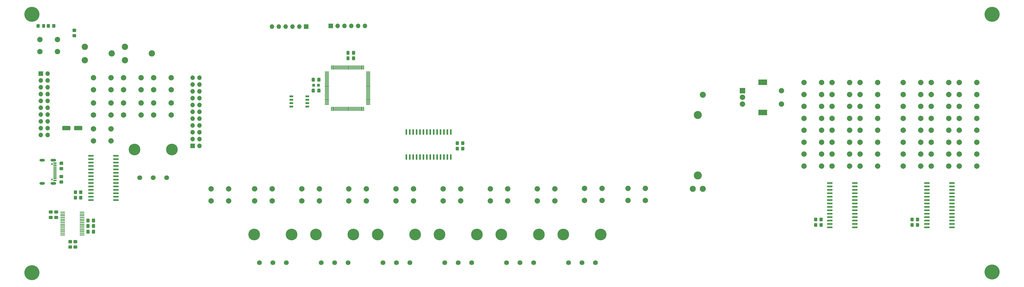
<source format=gbr>
%TF.GenerationSoftware,KiCad,Pcbnew,(5.1.10)-1*%
%TF.CreationDate,2021-10-29T17:57:07+02:00*%
%TF.ProjectId,xfm2-ui-board,78666d32-2d75-4692-9d62-6f6172642e6b,rev?*%
%TF.SameCoordinates,Original*%
%TF.FileFunction,Soldermask,Top*%
%TF.FilePolarity,Negative*%
%FSLAX46Y46*%
G04 Gerber Fmt 4.6, Leading zero omitted, Abs format (unit mm)*
G04 Created by KiCad (PCBNEW (5.1.10)-1) date 2021-10-29 17:57:07*
%MOMM*%
%LPD*%
G01*
G04 APERTURE LIST*
%ADD10C,5.600000*%
%ADD11C,3.600000*%
%ADD12R,1.700000X1.700000*%
%ADD13O,1.700000X1.700000*%
%ADD14C,2.000000*%
%ADD15R,1.350000X0.700000*%
%ADD16O,2.000000X1.000000*%
%ADD17O,2.100000X1.050000*%
%ADD18C,0.650000*%
%ADD19R,1.150000X0.600000*%
%ADD20R,1.150000X0.300000*%
%ADD21C,4.350000*%
%ADD22C,1.800000*%
%ADD23R,1.050000X1.100000*%
%ADD24C,2.340000*%
%ADD25C,2.250000*%
%ADD26C,3.000000*%
%ADD27R,2.000000X2.000000*%
%ADD28R,3.200000X2.000000*%
%ADD29R,1.750000X0.450000*%
%ADD30R,0.300000X1.500000*%
%ADD31R,1.500000X0.300000*%
G04 APERTURE END LIST*
D10*
%TO.C,REF\u002A\u002A*%
X11176000Y-133604000D03*
D11*
X11176000Y-133604000D03*
%TD*%
D10*
%TO.C,REF\u002A\u002A*%
X367792000Y-37338000D03*
D11*
X367792000Y-37338000D03*
%TD*%
D10*
%TO.C,REF\u002A\u002A*%
X367792000Y-133350000D03*
D11*
X367792000Y-133350000D03*
%TD*%
D10*
%TO.C,REF\u002A\u002A*%
X11176000Y-37338000D03*
D11*
X11176000Y-37338000D03*
%TD*%
D12*
%TO.C,J5*%
X113030000Y-41910000D03*
D13*
X110490000Y-41910000D03*
X107950000Y-41910000D03*
X105410000Y-41910000D03*
X102870000Y-41910000D03*
X100330000Y-41910000D03*
%TD*%
%TO.C,C1*%
G36*
G01*
X116263000Y-61247000D02*
X116263000Y-62197000D01*
G75*
G02*
X116013000Y-62447000I-250000J0D01*
G01*
X115338000Y-62447000D01*
G75*
G02*
X115088000Y-62197000I0J250000D01*
G01*
X115088000Y-61247000D01*
G75*
G02*
X115338000Y-60997000I250000J0D01*
G01*
X116013000Y-60997000D01*
G75*
G02*
X116263000Y-61247000I0J-250000D01*
G01*
G37*
G36*
G01*
X118338000Y-61247000D02*
X118338000Y-62197000D01*
G75*
G02*
X118088000Y-62447000I-250000J0D01*
G01*
X117413000Y-62447000D01*
G75*
G02*
X117163000Y-62197000I0J250000D01*
G01*
X117163000Y-61247000D01*
G75*
G02*
X117413000Y-60997000I250000J0D01*
G01*
X118088000Y-60997000D01*
G75*
G02*
X118338000Y-61247000I0J-250000D01*
G01*
G37*
%TD*%
D14*
%TO.C,SW3*%
X187904378Y-102362000D03*
X187904378Y-106862000D03*
X181404378Y-102362000D03*
X181404378Y-106862000D03*
%TD*%
%TO.C,C9*%
G36*
G01*
X34645000Y-115730000D02*
X34645000Y-116680000D01*
G75*
G02*
X34395000Y-116930000I-250000J0D01*
G01*
X33720000Y-116930000D01*
G75*
G02*
X33470000Y-116680000I0J250000D01*
G01*
X33470000Y-115730000D01*
G75*
G02*
X33720000Y-115480000I250000J0D01*
G01*
X34395000Y-115480000D01*
G75*
G02*
X34645000Y-115730000I0J-250000D01*
G01*
G37*
G36*
G01*
X32570000Y-115730000D02*
X32570000Y-116680000D01*
G75*
G02*
X32320000Y-116930000I-250000J0D01*
G01*
X31645000Y-116930000D01*
G75*
G02*
X31395000Y-116680000I0J250000D01*
G01*
X31395000Y-115730000D01*
G75*
G02*
X31645000Y-115480000I250000J0D01*
G01*
X32320000Y-115480000D01*
G75*
G02*
X32570000Y-115730000I0J-250000D01*
G01*
G37*
%TD*%
%TO.C,SW10*%
X198906187Y-106862000D03*
X198906187Y-102362000D03*
X205406187Y-106862000D03*
X205406187Y-102362000D03*
%TD*%
%TO.C,SW1*%
X14160500Y-51236000D03*
X14160500Y-46736000D03*
X20660500Y-51236000D03*
X20660500Y-46736000D03*
%TD*%
%TO.C,R11*%
G36*
G01*
X21647999Y-99206000D02*
X22548001Y-99206000D01*
G75*
G02*
X22798000Y-99455999I0J-249999D01*
G01*
X22798000Y-100156001D01*
G75*
G02*
X22548001Y-100406000I-249999J0D01*
G01*
X21647999Y-100406000D01*
G75*
G02*
X21398000Y-100156001I0J249999D01*
G01*
X21398000Y-99455999D01*
G75*
G02*
X21647999Y-99206000I249999J0D01*
G01*
G37*
G36*
G01*
X21647999Y-97206000D02*
X22548001Y-97206000D01*
G75*
G02*
X22798000Y-97455999I0J-249999D01*
G01*
X22798000Y-98156001D01*
G75*
G02*
X22548001Y-98406000I-249999J0D01*
G01*
X21647999Y-98406000D01*
G75*
G02*
X21398000Y-98156001I0J249999D01*
G01*
X21398000Y-97455999D01*
G75*
G02*
X21647999Y-97206000I249999J0D01*
G01*
G37*
%TD*%
%TO.C,R7*%
G36*
G01*
X29921000Y-103181999D02*
X29921000Y-104082001D01*
G75*
G02*
X29671001Y-104332000I-249999J0D01*
G01*
X28970999Y-104332000D01*
G75*
G02*
X28721000Y-104082001I0J249999D01*
G01*
X28721000Y-103181999D01*
G75*
G02*
X28970999Y-102932000I249999J0D01*
G01*
X29671001Y-102932000D01*
G75*
G02*
X29921000Y-103181999I0J-249999D01*
G01*
G37*
G36*
G01*
X27921000Y-103181999D02*
X27921000Y-104082001D01*
G75*
G02*
X27671001Y-104332000I-249999J0D01*
G01*
X26970999Y-104332000D01*
G75*
G02*
X26721000Y-104082001I0J249999D01*
G01*
X26721000Y-103181999D01*
G75*
G02*
X26970999Y-102932000I249999J0D01*
G01*
X27671001Y-102932000D01*
G75*
G02*
X27921000Y-103181999I0J-249999D01*
G01*
G37*
%TD*%
%TO.C,SW6*%
X341272000Y-62738000D03*
X341272000Y-67238000D03*
X334772000Y-62738000D03*
X334772000Y-67238000D03*
%TD*%
%TO.C,C6*%
G36*
G01*
X17686000Y-112464000D02*
X18636000Y-112464000D01*
G75*
G02*
X18886000Y-112714000I0J-250000D01*
G01*
X18886000Y-113389000D01*
G75*
G02*
X18636000Y-113639000I-250000J0D01*
G01*
X17686000Y-113639000D01*
G75*
G02*
X17436000Y-113389000I0J250000D01*
G01*
X17436000Y-112714000D01*
G75*
G02*
X17686000Y-112464000I250000J0D01*
G01*
G37*
G36*
G01*
X17686000Y-110389000D02*
X18636000Y-110389000D01*
G75*
G02*
X18886000Y-110639000I0J-250000D01*
G01*
X18886000Y-111314000D01*
G75*
G02*
X18636000Y-111564000I-250000J0D01*
G01*
X17686000Y-111564000D01*
G75*
G02*
X17436000Y-111314000I0J250000D01*
G01*
X17436000Y-110639000D01*
G75*
G02*
X17686000Y-110389000I250000J0D01*
G01*
G37*
%TD*%
%TO.C,C10*%
G36*
G01*
X32570000Y-117889000D02*
X32570000Y-118839000D01*
G75*
G02*
X32320000Y-119089000I-250000J0D01*
G01*
X31645000Y-119089000D01*
G75*
G02*
X31395000Y-118839000I0J250000D01*
G01*
X31395000Y-117889000D01*
G75*
G02*
X31645000Y-117639000I250000J0D01*
G01*
X32320000Y-117639000D01*
G75*
G02*
X32570000Y-117889000I0J-250000D01*
G01*
G37*
G36*
G01*
X34645000Y-117889000D02*
X34645000Y-118839000D01*
G75*
G02*
X34395000Y-119089000I-250000J0D01*
G01*
X33720000Y-119089000D01*
G75*
G02*
X33470000Y-118839000I0J250000D01*
G01*
X33470000Y-117889000D01*
G75*
G02*
X33720000Y-117639000I250000J0D01*
G01*
X34395000Y-117639000D01*
G75*
G02*
X34645000Y-117889000I0J-250000D01*
G01*
G37*
%TD*%
D12*
%TO.C,J2*%
X122174000Y-41656000D03*
D13*
X124714000Y-41656000D03*
X127254000Y-41656000D03*
X129794000Y-41656000D03*
X132334000Y-41656000D03*
X134874000Y-41656000D03*
%TD*%
%TO.C,R5*%
G36*
G01*
X304876000Y-113341999D02*
X304876000Y-114242001D01*
G75*
G02*
X304626001Y-114492000I-249999J0D01*
G01*
X303925999Y-114492000D01*
G75*
G02*
X303676000Y-114242001I0J249999D01*
G01*
X303676000Y-113341999D01*
G75*
G02*
X303925999Y-113092000I249999J0D01*
G01*
X304626001Y-113092000D01*
G75*
G02*
X304876000Y-113341999I0J-249999D01*
G01*
G37*
G36*
G01*
X302876000Y-113341999D02*
X302876000Y-114242001D01*
G75*
G02*
X302626001Y-114492000I-249999J0D01*
G01*
X301925999Y-114492000D01*
G75*
G02*
X301676000Y-114242001I0J249999D01*
G01*
X301676000Y-113341999D01*
G75*
G02*
X301925999Y-113092000I249999J0D01*
G01*
X302626001Y-113092000D01*
G75*
G02*
X302876000Y-113341999I0J-249999D01*
G01*
G37*
%TD*%
%TO.C,D1*%
G36*
G01*
X12905001Y-42122002D02*
X12905001Y-41222000D01*
G75*
G02*
X13155000Y-40972001I249999J0D01*
G01*
X13805002Y-40972001D01*
G75*
G02*
X14055001Y-41222000I0J-249999D01*
G01*
X14055001Y-42122002D01*
G75*
G02*
X13805002Y-42372001I-249999J0D01*
G01*
X13155000Y-42372001D01*
G75*
G02*
X12905001Y-42122002I0J249999D01*
G01*
G37*
G36*
G01*
X14955001Y-42122002D02*
X14955001Y-41222000D01*
G75*
G02*
X15205000Y-40972001I249999J0D01*
G01*
X15855002Y-40972001D01*
G75*
G02*
X16105001Y-41222000I0J-249999D01*
G01*
X16105001Y-42122002D01*
G75*
G02*
X15855002Y-42372001I-249999J0D01*
G01*
X15205000Y-42372001D01*
G75*
G02*
X14955001Y-42122002I0J249999D01*
G01*
G37*
%TD*%
%TO.C,R9*%
G36*
G01*
X27755001Y-124663000D02*
X26854999Y-124663000D01*
G75*
G02*
X26605000Y-124413001I0J249999D01*
G01*
X26605000Y-123712999D01*
G75*
G02*
X26854999Y-123463000I249999J0D01*
G01*
X27755001Y-123463000D01*
G75*
G02*
X28005000Y-123712999I0J-249999D01*
G01*
X28005000Y-124413001D01*
G75*
G02*
X27755001Y-124663000I-249999J0D01*
G01*
G37*
G36*
G01*
X27755001Y-122663000D02*
X26854999Y-122663000D01*
G75*
G02*
X26605000Y-122413001I0J249999D01*
G01*
X26605000Y-121712999D01*
G75*
G02*
X26854999Y-121463000I249999J0D01*
G01*
X27755001Y-121463000D01*
G75*
G02*
X28005000Y-121712999I0J-249999D01*
G01*
X28005000Y-122413001D01*
G75*
G02*
X27755001Y-122663000I-249999J0D01*
G01*
G37*
%TD*%
%TO.C,R8*%
G36*
G01*
X24949999Y-123463000D02*
X25850001Y-123463000D01*
G75*
G02*
X26100000Y-123712999I0J-249999D01*
G01*
X26100000Y-124413001D01*
G75*
G02*
X25850001Y-124663000I-249999J0D01*
G01*
X24949999Y-124663000D01*
G75*
G02*
X24700000Y-124413001I0J249999D01*
G01*
X24700000Y-123712999D01*
G75*
G02*
X24949999Y-123463000I249999J0D01*
G01*
G37*
G36*
G01*
X24949999Y-121463000D02*
X25850001Y-121463000D01*
G75*
G02*
X26100000Y-121712999I0J-249999D01*
G01*
X26100000Y-122413001D01*
G75*
G02*
X25850001Y-122663000I-249999J0D01*
G01*
X24949999Y-122663000D01*
G75*
G02*
X24700000Y-122413001I0J249999D01*
G01*
X24700000Y-121712999D01*
G75*
G02*
X24949999Y-121463000I249999J0D01*
G01*
G37*
%TD*%
D14*
%TO.C,SW9*%
X93895333Y-106862000D03*
X93895333Y-102362000D03*
X100395333Y-106862000D03*
X100395333Y-102362000D03*
%TD*%
D12*
%TO.C,J1*%
X14478000Y-59436000D03*
D13*
X17018000Y-59436000D03*
X14478000Y-61976000D03*
X17018000Y-61976000D03*
X14478000Y-64516000D03*
X17018000Y-64516000D03*
X14478000Y-67056000D03*
X17018000Y-67056000D03*
X14478000Y-69596000D03*
X17018000Y-69596000D03*
X14478000Y-72136000D03*
X17018000Y-72136000D03*
X14478000Y-74676000D03*
X17018000Y-74676000D03*
X14478000Y-77216000D03*
X17018000Y-77216000D03*
X14478000Y-79756000D03*
X17018000Y-79756000D03*
X14478000Y-82296000D03*
X17018000Y-82296000D03*
%TD*%
%TO.C,C3*%
G36*
G01*
X130053500Y-52164000D02*
X130053500Y-51214000D01*
G75*
G02*
X130303500Y-50964000I250000J0D01*
G01*
X130978500Y-50964000D01*
G75*
G02*
X131228500Y-51214000I0J-250000D01*
G01*
X131228500Y-52164000D01*
G75*
G02*
X130978500Y-52414000I-250000J0D01*
G01*
X130303500Y-52414000D01*
G75*
G02*
X130053500Y-52164000I0J250000D01*
G01*
G37*
G36*
G01*
X127978500Y-52164000D02*
X127978500Y-51214000D01*
G75*
G02*
X128228500Y-50964000I250000J0D01*
G01*
X128903500Y-50964000D01*
G75*
G02*
X129153500Y-51214000I0J-250000D01*
G01*
X129153500Y-52164000D01*
G75*
G02*
X128903500Y-52414000I-250000J0D01*
G01*
X128228500Y-52414000D01*
G75*
G02*
X127978500Y-52164000I0J250000D01*
G01*
G37*
%TD*%
%TO.C,C5*%
G36*
G01*
X22462000Y-80306000D02*
X22462000Y-79206000D01*
G75*
G02*
X22712000Y-78956000I250000J0D01*
G01*
X25212000Y-78956000D01*
G75*
G02*
X25462000Y-79206000I0J-250000D01*
G01*
X25462000Y-80306000D01*
G75*
G02*
X25212000Y-80556000I-250000J0D01*
G01*
X22712000Y-80556000D01*
G75*
G02*
X22462000Y-80306000I0J250000D01*
G01*
G37*
G36*
G01*
X26862000Y-80306000D02*
X26862000Y-79206000D01*
G75*
G02*
X27112000Y-78956000I250000J0D01*
G01*
X29612000Y-78956000D01*
G75*
G02*
X29862000Y-79206000I0J-250000D01*
G01*
X29862000Y-80306000D01*
G75*
G02*
X29612000Y-80556000I-250000J0D01*
G01*
X27112000Y-80556000D01*
G75*
G02*
X26862000Y-80306000I0J250000D01*
G01*
G37*
%TD*%
%TO.C,C7*%
G36*
G01*
X20668000Y-113639000D02*
X19718000Y-113639000D01*
G75*
G02*
X19468000Y-113389000I0J250000D01*
G01*
X19468000Y-112714000D01*
G75*
G02*
X19718000Y-112464000I250000J0D01*
G01*
X20668000Y-112464000D01*
G75*
G02*
X20918000Y-112714000I0J-250000D01*
G01*
X20918000Y-113389000D01*
G75*
G02*
X20668000Y-113639000I-250000J0D01*
G01*
G37*
G36*
G01*
X20668000Y-111564000D02*
X19718000Y-111564000D01*
G75*
G02*
X19468000Y-111314000I0J250000D01*
G01*
X19468000Y-110639000D01*
G75*
G02*
X19718000Y-110389000I250000J0D01*
G01*
X20668000Y-110389000D01*
G75*
G02*
X20918000Y-110639000I0J-250000D01*
G01*
X20918000Y-111314000D01*
G75*
G02*
X20668000Y-111564000I-250000J0D01*
G01*
G37*
%TD*%
D15*
%TO.C,IC1*%
X107540000Y-67945000D03*
X107540000Y-69215000D03*
X107540000Y-70485000D03*
X107540000Y-71755000D03*
X113440000Y-71755000D03*
X113440000Y-70485000D03*
X113440000Y-69215000D03*
X113440000Y-67945000D03*
%TD*%
D16*
%TO.C,J4*%
X14986000Y-91692000D03*
X14986000Y-100332000D03*
D17*
X19166000Y-91692000D03*
X19166000Y-100332000D03*
D18*
X18666000Y-98902000D03*
X18666000Y-93122000D03*
D19*
X19741000Y-92812000D03*
X19741000Y-99212000D03*
X19741000Y-93612000D03*
X19741000Y-98412000D03*
D20*
X19741000Y-96262000D03*
X19741000Y-95762000D03*
X19741000Y-96762000D03*
X19741000Y-97262000D03*
X19741000Y-97762000D03*
X19741000Y-95262000D03*
X19741000Y-94762000D03*
X19741000Y-94262000D03*
%TD*%
%TO.C,R3*%
G36*
G01*
X338690000Y-113341999D02*
X338690000Y-114242001D01*
G75*
G02*
X338440001Y-114492000I-249999J0D01*
G01*
X337739999Y-114492000D01*
G75*
G02*
X337490000Y-114242001I0J249999D01*
G01*
X337490000Y-113341999D01*
G75*
G02*
X337739999Y-113092000I249999J0D01*
G01*
X338440001Y-113092000D01*
G75*
G02*
X338690000Y-113341999I0J-249999D01*
G01*
G37*
G36*
G01*
X340690000Y-113341999D02*
X340690000Y-114242001D01*
G75*
G02*
X340440001Y-114492000I-249999J0D01*
G01*
X339739999Y-114492000D01*
G75*
G02*
X339490000Y-114242001I0J249999D01*
G01*
X339490000Y-113341999D01*
G75*
G02*
X339739999Y-113092000I249999J0D01*
G01*
X340440001Y-113092000D01*
G75*
G02*
X340690000Y-113341999I0J-249999D01*
G01*
G37*
%TD*%
%TO.C,R6*%
G36*
G01*
X28721000Y-106114001D02*
X28721000Y-105213999D01*
G75*
G02*
X28970999Y-104964000I249999J0D01*
G01*
X29671001Y-104964000D01*
G75*
G02*
X29921000Y-105213999I0J-249999D01*
G01*
X29921000Y-106114001D01*
G75*
G02*
X29671001Y-106364000I-249999J0D01*
G01*
X28970999Y-106364000D01*
G75*
G02*
X28721000Y-106114001I0J249999D01*
G01*
G37*
G36*
G01*
X26721000Y-106114001D02*
X26721000Y-105213999D01*
G75*
G02*
X26970999Y-104964000I249999J0D01*
G01*
X27671001Y-104964000D01*
G75*
G02*
X27921000Y-105213999I0J-249999D01*
G01*
X27921000Y-106114001D01*
G75*
G02*
X27671001Y-106364000I-249999J0D01*
G01*
X26970999Y-106364000D01*
G75*
G02*
X26721000Y-106114001I0J249999D01*
G01*
G37*
%TD*%
%TO.C,C4*%
G36*
G01*
X127978500Y-54196000D02*
X127978500Y-53246000D01*
G75*
G02*
X128228500Y-52996000I250000J0D01*
G01*
X128903500Y-52996000D01*
G75*
G02*
X129153500Y-53246000I0J-250000D01*
G01*
X129153500Y-54196000D01*
G75*
G02*
X128903500Y-54446000I-250000J0D01*
G01*
X128228500Y-54446000D01*
G75*
G02*
X127978500Y-54196000I0J250000D01*
G01*
G37*
G36*
G01*
X130053500Y-54196000D02*
X130053500Y-53246000D01*
G75*
G02*
X130303500Y-52996000I250000J0D01*
G01*
X130978500Y-52996000D01*
G75*
G02*
X131228500Y-53246000I0J-250000D01*
G01*
X131228500Y-54196000D01*
G75*
G02*
X130978500Y-54446000I-250000J0D01*
G01*
X130303500Y-54446000D01*
G75*
G02*
X130053500Y-54196000I0J250000D01*
G01*
G37*
%TD*%
%TO.C,R10*%
G36*
G01*
X22548001Y-95453000D02*
X21647999Y-95453000D01*
G75*
G02*
X21398000Y-95203001I0J249999D01*
G01*
X21398000Y-94502999D01*
G75*
G02*
X21647999Y-94253000I249999J0D01*
G01*
X22548001Y-94253000D01*
G75*
G02*
X22798000Y-94502999I0J-249999D01*
G01*
X22798000Y-95203001D01*
G75*
G02*
X22548001Y-95453000I-249999J0D01*
G01*
G37*
G36*
G01*
X22548001Y-93453000D02*
X21647999Y-93453000D01*
G75*
G02*
X21398000Y-93203001I0J249999D01*
G01*
X21398000Y-92502999D01*
G75*
G02*
X21647999Y-92253000I249999J0D01*
G01*
X22548001Y-92253000D01*
G75*
G02*
X22798000Y-92502999I0J-249999D01*
G01*
X22798000Y-93203001D01*
G75*
G02*
X22548001Y-93453000I-249999J0D01*
G01*
G37*
%TD*%
%TO.C,R4*%
G36*
G01*
X303676000Y-116274001D02*
X303676000Y-115373999D01*
G75*
G02*
X303925999Y-115124000I249999J0D01*
G01*
X304626001Y-115124000D01*
G75*
G02*
X304876000Y-115373999I0J-249999D01*
G01*
X304876000Y-116274001D01*
G75*
G02*
X304626001Y-116524000I-249999J0D01*
G01*
X303925999Y-116524000D01*
G75*
G02*
X303676000Y-116274001I0J249999D01*
G01*
G37*
G36*
G01*
X301676000Y-116274001D02*
X301676000Y-115373999D01*
G75*
G02*
X301925999Y-115124000I249999J0D01*
G01*
X302626001Y-115124000D01*
G75*
G02*
X302876000Y-115373999I0J-249999D01*
G01*
X302876000Y-116274001D01*
G75*
G02*
X302626001Y-116524000I-249999J0D01*
G01*
X301925999Y-116524000D01*
G75*
G02*
X301676000Y-116274001I0J249999D01*
G01*
G37*
%TD*%
%TO.C,C8*%
G36*
G01*
X31395000Y-114648000D02*
X31395000Y-113698000D01*
G75*
G02*
X31645000Y-113448000I250000J0D01*
G01*
X32320000Y-113448000D01*
G75*
G02*
X32570000Y-113698000I0J-250000D01*
G01*
X32570000Y-114648000D01*
G75*
G02*
X32320000Y-114898000I-250000J0D01*
G01*
X31645000Y-114898000D01*
G75*
G02*
X31395000Y-114648000I0J250000D01*
G01*
G37*
G36*
G01*
X33470000Y-114648000D02*
X33470000Y-113698000D01*
G75*
G02*
X33720000Y-113448000I250000J0D01*
G01*
X34395000Y-113448000D01*
G75*
G02*
X34645000Y-113698000I0J-250000D01*
G01*
X34645000Y-114648000D01*
G75*
G02*
X34395000Y-114898000I-250000J0D01*
G01*
X33720000Y-114898000D01*
G75*
G02*
X33470000Y-114648000I0J250000D01*
G01*
G37*
%TD*%
D14*
%TO.C,SW8*%
X304442000Y-71628000D03*
X304442000Y-76128000D03*
X297942000Y-71628000D03*
X297942000Y-76128000D03*
%TD*%
%TO.C,R12*%
G36*
G01*
X18688000Y-42106001D02*
X18688000Y-41205999D01*
G75*
G02*
X18937999Y-40956000I249999J0D01*
G01*
X19638001Y-40956000D01*
G75*
G02*
X19888000Y-41205999I0J-249999D01*
G01*
X19888000Y-42106001D01*
G75*
G02*
X19638001Y-42356000I-249999J0D01*
G01*
X18937999Y-42356000D01*
G75*
G02*
X18688000Y-42106001I0J249999D01*
G01*
G37*
G36*
G01*
X16688000Y-42106001D02*
X16688000Y-41205999D01*
G75*
G02*
X16937999Y-40956000I249999J0D01*
G01*
X17638001Y-40956000D01*
G75*
G02*
X17888000Y-41205999I0J-249999D01*
G01*
X17888000Y-42106001D01*
G75*
G02*
X17638001Y-42356000I-249999J0D01*
G01*
X16937999Y-42356000D01*
G75*
G02*
X16688000Y-42106001I0J249999D01*
G01*
G37*
%TD*%
%TO.C,C2*%
G36*
G01*
X118338000Y-65311000D02*
X118338000Y-66261000D01*
G75*
G02*
X118088000Y-66511000I-250000J0D01*
G01*
X117413000Y-66511000D01*
G75*
G02*
X117163000Y-66261000I0J250000D01*
G01*
X117163000Y-65311000D01*
G75*
G02*
X117413000Y-65061000I250000J0D01*
G01*
X118088000Y-65061000D01*
G75*
G02*
X118338000Y-65311000I0J-250000D01*
G01*
G37*
G36*
G01*
X116263000Y-65311000D02*
X116263000Y-66261000D01*
G75*
G02*
X116013000Y-66511000I-250000J0D01*
G01*
X115338000Y-66511000D01*
G75*
G02*
X115088000Y-66261000I0J250000D01*
G01*
X115088000Y-65311000D01*
G75*
G02*
X115338000Y-65061000I250000J0D01*
G01*
X116013000Y-65061000D01*
G75*
G02*
X116263000Y-65311000I0J-250000D01*
G01*
G37*
%TD*%
%TO.C,SW4*%
X62888000Y-60960000D03*
X62888000Y-65460000D03*
X56388000Y-60960000D03*
X56388000Y-65460000D03*
%TD*%
D12*
%TO.C,J3*%
X70866000Y-86360000D03*
D13*
X73406000Y-86360000D03*
X70866000Y-83820000D03*
X73406000Y-83820000D03*
X70866000Y-81280000D03*
X73406000Y-81280000D03*
X70866000Y-78740000D03*
X73406000Y-78740000D03*
X70866000Y-76200000D03*
X73406000Y-76200000D03*
X70866000Y-73660000D03*
X73406000Y-73660000D03*
X70866000Y-71120000D03*
X73406000Y-71120000D03*
X70866000Y-68580000D03*
X73406000Y-68580000D03*
X70866000Y-66040000D03*
X73406000Y-66040000D03*
X70866000Y-63500000D03*
X73406000Y-63500000D03*
X70866000Y-60960000D03*
X73406000Y-60960000D03*
%TD*%
%TO.C,R1*%
G36*
G01*
X26473999Y-42723000D02*
X27374001Y-42723000D01*
G75*
G02*
X27624000Y-42972999I0J-249999D01*
G01*
X27624000Y-43673001D01*
G75*
G02*
X27374001Y-43923000I-249999J0D01*
G01*
X26473999Y-43923000D01*
G75*
G02*
X26224000Y-43673001I0J249999D01*
G01*
X26224000Y-42972999D01*
G75*
G02*
X26473999Y-42723000I249999J0D01*
G01*
G37*
G36*
G01*
X26473999Y-44723000D02*
X27374001Y-44723000D01*
G75*
G02*
X27624000Y-44972999I0J-249999D01*
G01*
X27624000Y-45673001D01*
G75*
G02*
X27374001Y-45923000I-249999J0D01*
G01*
X26473999Y-45923000D01*
G75*
G02*
X26224000Y-45673001I0J249999D01*
G01*
X26224000Y-44972999D01*
G75*
G02*
X26473999Y-44723000I249999J0D01*
G01*
G37*
%TD*%
D14*
%TO.C,SW2*%
X84224000Y-102362000D03*
X84224000Y-106862000D03*
X77724000Y-102362000D03*
X77724000Y-106862000D03*
%TD*%
%TO.C,R2*%
G36*
G01*
X337490000Y-116274001D02*
X337490000Y-115373999D01*
G75*
G02*
X337739999Y-115124000I249999J0D01*
G01*
X338440001Y-115124000D01*
G75*
G02*
X338690000Y-115373999I0J-249999D01*
G01*
X338690000Y-116274001D01*
G75*
G02*
X338440001Y-116524000I-249999J0D01*
G01*
X337739999Y-116524000D01*
G75*
G02*
X337490000Y-116274001I0J249999D01*
G01*
G37*
G36*
G01*
X339490000Y-116274001D02*
X339490000Y-115373999D01*
G75*
G02*
X339739999Y-115124000I249999J0D01*
G01*
X340440001Y-115124000D01*
G75*
G02*
X340690000Y-115373999I0J-249999D01*
G01*
X340690000Y-116274001D01*
G75*
G02*
X340440001Y-116524000I-249999J0D01*
G01*
X339739999Y-116524000D01*
G75*
G02*
X339490000Y-116274001I0J249999D01*
G01*
G37*
%TD*%
%TO.C,SW7*%
X314856000Y-80518000D03*
X314856000Y-85018000D03*
X308356000Y-80518000D03*
X308356000Y-85018000D03*
%TD*%
%TO.C,SW5*%
X341272000Y-80518000D03*
X341272000Y-85018000D03*
X334772000Y-80518000D03*
X334772000Y-85018000D03*
%TD*%
%TO.C,SW11*%
X34036000Y-74858000D03*
X34036000Y-70358000D03*
X40536000Y-74858000D03*
X40536000Y-70358000D03*
%TD*%
%TO.C,SW12*%
X345186000Y-85018000D03*
X345186000Y-80518000D03*
X351686000Y-85018000D03*
X351686000Y-80518000D03*
%TD*%
%TO.C,SW19*%
X362100000Y-80518000D03*
X362100000Y-85018000D03*
X355600000Y-80518000D03*
X355600000Y-85018000D03*
%TD*%
%TO.C,SW20*%
X362100000Y-62738000D03*
X362100000Y-67238000D03*
X355600000Y-62738000D03*
X355600000Y-67238000D03*
%TD*%
%TO.C,SW24*%
X232537000Y-106735000D03*
X232537000Y-102235000D03*
X239037000Y-106735000D03*
X239037000Y-102235000D03*
%TD*%
%TO.C,SW25*%
X62888000Y-70358000D03*
X62888000Y-74858000D03*
X56388000Y-70358000D03*
X56388000Y-74858000D03*
%TD*%
%TO.C,SW21*%
X304442000Y-62738000D03*
X304442000Y-67238000D03*
X297942000Y-62738000D03*
X297942000Y-67238000D03*
%TD*%
%TO.C,SW22*%
X304442000Y-89408000D03*
X304442000Y-93908000D03*
X297942000Y-89408000D03*
X297942000Y-93908000D03*
%TD*%
%TO.C,SW28*%
X308356000Y-67238000D03*
X308356000Y-62738000D03*
X314856000Y-67238000D03*
X314856000Y-62738000D03*
%TD*%
%TO.C,SW13*%
X308356000Y-93908000D03*
X308356000Y-89408000D03*
X314856000Y-93908000D03*
X314856000Y-89408000D03*
%TD*%
%TO.C,SW15*%
X308356000Y-76128000D03*
X308356000Y-71628000D03*
X314856000Y-76128000D03*
X314856000Y-71628000D03*
%TD*%
%TO.C,SW16*%
X117897142Y-102362000D03*
X117897142Y-106862000D03*
X111397142Y-102362000D03*
X111397142Y-106862000D03*
%TD*%
%TO.C,SW30*%
X318770000Y-93908000D03*
X318770000Y-89408000D03*
X325270000Y-93908000D03*
X325270000Y-89408000D03*
%TD*%
%TO.C,SW14*%
X345186000Y-67238000D03*
X345186000Y-62738000D03*
X351686000Y-67238000D03*
X351686000Y-62738000D03*
%TD*%
%TO.C,SW32*%
X345186000Y-93908000D03*
X345186000Y-89408000D03*
X351686000Y-93908000D03*
X351686000Y-89408000D03*
%TD*%
%TO.C,SW23*%
X135398951Y-102362000D03*
X135398951Y-106862000D03*
X128898951Y-102362000D03*
X128898951Y-106862000D03*
%TD*%
%TO.C,SW18*%
X45212000Y-74858000D03*
X45212000Y-70358000D03*
X51712000Y-74858000D03*
X51712000Y-70358000D03*
%TD*%
%TO.C,SW26*%
X334772000Y-93908000D03*
X334772000Y-89408000D03*
X341272000Y-93908000D03*
X341272000Y-89408000D03*
%TD*%
%TO.C,SW34*%
X351686000Y-71628000D03*
X351686000Y-76128000D03*
X345186000Y-71628000D03*
X345186000Y-76128000D03*
%TD*%
%TO.C,SW27*%
X334772000Y-76128000D03*
X334772000Y-71628000D03*
X341272000Y-76128000D03*
X341272000Y-71628000D03*
%TD*%
%TO.C,SW29*%
X152900760Y-102362000D03*
X152900760Y-106862000D03*
X146400760Y-102362000D03*
X146400760Y-106862000D03*
%TD*%
%TO.C,SW31*%
X34036000Y-84510000D03*
X34036000Y-80010000D03*
X40536000Y-84510000D03*
X40536000Y-80010000D03*
%TD*%
%TO.C,SW35*%
X304442000Y-80518000D03*
X304442000Y-85018000D03*
X297942000Y-80518000D03*
X297942000Y-85018000D03*
%TD*%
%TO.C,SW33*%
X163902569Y-106862000D03*
X163902569Y-102362000D03*
X170402569Y-106862000D03*
X170402569Y-102362000D03*
%TD*%
%TO.C,SW17*%
X222908000Y-102235000D03*
X222908000Y-106735000D03*
X216408000Y-102235000D03*
X216408000Y-106735000D03*
%TD*%
%TO.C,SW48*%
X318770000Y-76128000D03*
X318770000Y-71628000D03*
X325270000Y-76128000D03*
X325270000Y-71628000D03*
%TD*%
D21*
%TO.C,SW44*%
X222389000Y-119421000D03*
X208489000Y-119421000D03*
D22*
X220439000Y-129921000D03*
X215439000Y-129921000D03*
X210439000Y-129921000D03*
%TD*%
D23*
%TO.C,Y1*%
X115788000Y-63754000D03*
X117638000Y-63754000D03*
%TD*%
D24*
%TO.C,RV1*%
X30797500Y-54419500D03*
X40797500Y-51919500D03*
X30797500Y-49419500D03*
%TD*%
D22*
%TO.C,SW46*%
X51244500Y-98234500D03*
X56244500Y-98234500D03*
X61244500Y-98234500D03*
D21*
X49294500Y-87734500D03*
X63194500Y-87734500D03*
%TD*%
D24*
%TO.C,RV2*%
X45720000Y-49419500D03*
X55720000Y-51919500D03*
X45720000Y-54419500D03*
%TD*%
D14*
%TO.C,SW50*%
X45212000Y-65460000D03*
X45212000Y-60960000D03*
X51712000Y-65460000D03*
X51712000Y-60960000D03*
%TD*%
D25*
%TO.C,RV3*%
X260350000Y-102362000D03*
X256600000Y-102362000D03*
X260350000Y-67362000D03*
D26*
X258475000Y-97362000D03*
X258475000Y-74862000D03*
%TD*%
D21*
%TO.C,SW43*%
X130567800Y-119421000D03*
X116667800Y-119421000D03*
D22*
X128617800Y-129921000D03*
X123617800Y-129921000D03*
X118617800Y-129921000D03*
%TD*%
%TO.C,SW40*%
X95662501Y-129921000D03*
X100662501Y-129921000D03*
X105662501Y-129921000D03*
D21*
X93712501Y-119421000D03*
X107612501Y-119421000D03*
%TD*%
D22*
%TO.C,SW47*%
X164528398Y-129921000D03*
X169528398Y-129921000D03*
X174528398Y-129921000D03*
D21*
X162578398Y-119421000D03*
X176478398Y-119421000D03*
%TD*%
D14*
%TO.C,SW49*%
X40536000Y-60960000D03*
X40536000Y-65460000D03*
X34036000Y-60960000D03*
X34036000Y-65460000D03*
%TD*%
D27*
%TO.C,SW42*%
X275082000Y-65786000D03*
D14*
X275082000Y-68286000D03*
X275082000Y-70786000D03*
D28*
X282582000Y-62686000D03*
X282582000Y-73886000D03*
D14*
X289582000Y-65786000D03*
X289582000Y-70786000D03*
%TD*%
D22*
%TO.C,SW41*%
X187483697Y-129921000D03*
X192483697Y-129921000D03*
X197483697Y-129921000D03*
D21*
X185533697Y-119421000D03*
X199433697Y-119421000D03*
%TD*%
%TO.C,SW45*%
X153523099Y-119421000D03*
X139623099Y-119421000D03*
D22*
X151573099Y-129921000D03*
X146573099Y-129921000D03*
X141573099Y-129921000D03*
%TD*%
D14*
%TO.C,SW39*%
X318770000Y-85018000D03*
X318770000Y-80518000D03*
X325270000Y-85018000D03*
X325270000Y-80518000D03*
%TD*%
D29*
%TO.C,U5*%
X22562000Y-111091000D03*
X22562000Y-111741000D03*
X22562000Y-112391000D03*
X22562000Y-113041000D03*
X22562000Y-113691000D03*
X22562000Y-114341000D03*
X22562000Y-114991000D03*
X22562000Y-115641000D03*
X22562000Y-116291000D03*
X22562000Y-116941000D03*
X22562000Y-117591000D03*
X22562000Y-118241000D03*
X22562000Y-118891000D03*
X22562000Y-119541000D03*
X29762000Y-119541000D03*
X29762000Y-118891000D03*
X29762000Y-118241000D03*
X29762000Y-117591000D03*
X29762000Y-116941000D03*
X29762000Y-116291000D03*
X29762000Y-115641000D03*
X29762000Y-114991000D03*
X29762000Y-114341000D03*
X29762000Y-113691000D03*
X29762000Y-113041000D03*
X29762000Y-112391000D03*
X29762000Y-111741000D03*
X29762000Y-111091000D03*
%TD*%
D14*
%TO.C,SW38*%
X355600000Y-93908000D03*
X355600000Y-89408000D03*
X362100000Y-93908000D03*
X362100000Y-89408000D03*
%TD*%
%TO.C,U2*%
G36*
G01*
X342559000Y-100353000D02*
X342559000Y-100053000D01*
G75*
G02*
X342709000Y-99903000I150000J0D01*
G01*
X344459000Y-99903000D01*
G75*
G02*
X344609000Y-100053000I0J-150000D01*
G01*
X344609000Y-100353000D01*
G75*
G02*
X344459000Y-100503000I-150000J0D01*
G01*
X342709000Y-100503000D01*
G75*
G02*
X342559000Y-100353000I0J150000D01*
G01*
G37*
G36*
G01*
X342559000Y-101623000D02*
X342559000Y-101323000D01*
G75*
G02*
X342709000Y-101173000I150000J0D01*
G01*
X344459000Y-101173000D01*
G75*
G02*
X344609000Y-101323000I0J-150000D01*
G01*
X344609000Y-101623000D01*
G75*
G02*
X344459000Y-101773000I-150000J0D01*
G01*
X342709000Y-101773000D01*
G75*
G02*
X342559000Y-101623000I0J150000D01*
G01*
G37*
G36*
G01*
X342559000Y-102893000D02*
X342559000Y-102593000D01*
G75*
G02*
X342709000Y-102443000I150000J0D01*
G01*
X344459000Y-102443000D01*
G75*
G02*
X344609000Y-102593000I0J-150000D01*
G01*
X344609000Y-102893000D01*
G75*
G02*
X344459000Y-103043000I-150000J0D01*
G01*
X342709000Y-103043000D01*
G75*
G02*
X342559000Y-102893000I0J150000D01*
G01*
G37*
G36*
G01*
X342559000Y-104163000D02*
X342559000Y-103863000D01*
G75*
G02*
X342709000Y-103713000I150000J0D01*
G01*
X344459000Y-103713000D01*
G75*
G02*
X344609000Y-103863000I0J-150000D01*
G01*
X344609000Y-104163000D01*
G75*
G02*
X344459000Y-104313000I-150000J0D01*
G01*
X342709000Y-104313000D01*
G75*
G02*
X342559000Y-104163000I0J150000D01*
G01*
G37*
G36*
G01*
X342559000Y-105433000D02*
X342559000Y-105133000D01*
G75*
G02*
X342709000Y-104983000I150000J0D01*
G01*
X344459000Y-104983000D01*
G75*
G02*
X344609000Y-105133000I0J-150000D01*
G01*
X344609000Y-105433000D01*
G75*
G02*
X344459000Y-105583000I-150000J0D01*
G01*
X342709000Y-105583000D01*
G75*
G02*
X342559000Y-105433000I0J150000D01*
G01*
G37*
G36*
G01*
X342559000Y-106703000D02*
X342559000Y-106403000D01*
G75*
G02*
X342709000Y-106253000I150000J0D01*
G01*
X344459000Y-106253000D01*
G75*
G02*
X344609000Y-106403000I0J-150000D01*
G01*
X344609000Y-106703000D01*
G75*
G02*
X344459000Y-106853000I-150000J0D01*
G01*
X342709000Y-106853000D01*
G75*
G02*
X342559000Y-106703000I0J150000D01*
G01*
G37*
G36*
G01*
X342559000Y-107973000D02*
X342559000Y-107673000D01*
G75*
G02*
X342709000Y-107523000I150000J0D01*
G01*
X344459000Y-107523000D01*
G75*
G02*
X344609000Y-107673000I0J-150000D01*
G01*
X344609000Y-107973000D01*
G75*
G02*
X344459000Y-108123000I-150000J0D01*
G01*
X342709000Y-108123000D01*
G75*
G02*
X342559000Y-107973000I0J150000D01*
G01*
G37*
G36*
G01*
X342559000Y-109243000D02*
X342559000Y-108943000D01*
G75*
G02*
X342709000Y-108793000I150000J0D01*
G01*
X344459000Y-108793000D01*
G75*
G02*
X344609000Y-108943000I0J-150000D01*
G01*
X344609000Y-109243000D01*
G75*
G02*
X344459000Y-109393000I-150000J0D01*
G01*
X342709000Y-109393000D01*
G75*
G02*
X342559000Y-109243000I0J150000D01*
G01*
G37*
G36*
G01*
X342559000Y-110513000D02*
X342559000Y-110213000D01*
G75*
G02*
X342709000Y-110063000I150000J0D01*
G01*
X344459000Y-110063000D01*
G75*
G02*
X344609000Y-110213000I0J-150000D01*
G01*
X344609000Y-110513000D01*
G75*
G02*
X344459000Y-110663000I-150000J0D01*
G01*
X342709000Y-110663000D01*
G75*
G02*
X342559000Y-110513000I0J150000D01*
G01*
G37*
G36*
G01*
X342559000Y-111783000D02*
X342559000Y-111483000D01*
G75*
G02*
X342709000Y-111333000I150000J0D01*
G01*
X344459000Y-111333000D01*
G75*
G02*
X344609000Y-111483000I0J-150000D01*
G01*
X344609000Y-111783000D01*
G75*
G02*
X344459000Y-111933000I-150000J0D01*
G01*
X342709000Y-111933000D01*
G75*
G02*
X342559000Y-111783000I0J150000D01*
G01*
G37*
G36*
G01*
X342559000Y-113053000D02*
X342559000Y-112753000D01*
G75*
G02*
X342709000Y-112603000I150000J0D01*
G01*
X344459000Y-112603000D01*
G75*
G02*
X344609000Y-112753000I0J-150000D01*
G01*
X344609000Y-113053000D01*
G75*
G02*
X344459000Y-113203000I-150000J0D01*
G01*
X342709000Y-113203000D01*
G75*
G02*
X342559000Y-113053000I0J150000D01*
G01*
G37*
G36*
G01*
X342559000Y-114323000D02*
X342559000Y-114023000D01*
G75*
G02*
X342709000Y-113873000I150000J0D01*
G01*
X344459000Y-113873000D01*
G75*
G02*
X344609000Y-114023000I0J-150000D01*
G01*
X344609000Y-114323000D01*
G75*
G02*
X344459000Y-114473000I-150000J0D01*
G01*
X342709000Y-114473000D01*
G75*
G02*
X342559000Y-114323000I0J150000D01*
G01*
G37*
G36*
G01*
X342559000Y-115593000D02*
X342559000Y-115293000D01*
G75*
G02*
X342709000Y-115143000I150000J0D01*
G01*
X344459000Y-115143000D01*
G75*
G02*
X344609000Y-115293000I0J-150000D01*
G01*
X344609000Y-115593000D01*
G75*
G02*
X344459000Y-115743000I-150000J0D01*
G01*
X342709000Y-115743000D01*
G75*
G02*
X342559000Y-115593000I0J150000D01*
G01*
G37*
G36*
G01*
X342559000Y-116863000D02*
X342559000Y-116563000D01*
G75*
G02*
X342709000Y-116413000I150000J0D01*
G01*
X344459000Y-116413000D01*
G75*
G02*
X344609000Y-116563000I0J-150000D01*
G01*
X344609000Y-116863000D01*
G75*
G02*
X344459000Y-117013000I-150000J0D01*
G01*
X342709000Y-117013000D01*
G75*
G02*
X342559000Y-116863000I0J150000D01*
G01*
G37*
G36*
G01*
X351859000Y-116863000D02*
X351859000Y-116563000D01*
G75*
G02*
X352009000Y-116413000I150000J0D01*
G01*
X353759000Y-116413000D01*
G75*
G02*
X353909000Y-116563000I0J-150000D01*
G01*
X353909000Y-116863000D01*
G75*
G02*
X353759000Y-117013000I-150000J0D01*
G01*
X352009000Y-117013000D01*
G75*
G02*
X351859000Y-116863000I0J150000D01*
G01*
G37*
G36*
G01*
X351859000Y-115593000D02*
X351859000Y-115293000D01*
G75*
G02*
X352009000Y-115143000I150000J0D01*
G01*
X353759000Y-115143000D01*
G75*
G02*
X353909000Y-115293000I0J-150000D01*
G01*
X353909000Y-115593000D01*
G75*
G02*
X353759000Y-115743000I-150000J0D01*
G01*
X352009000Y-115743000D01*
G75*
G02*
X351859000Y-115593000I0J150000D01*
G01*
G37*
G36*
G01*
X351859000Y-114323000D02*
X351859000Y-114023000D01*
G75*
G02*
X352009000Y-113873000I150000J0D01*
G01*
X353759000Y-113873000D01*
G75*
G02*
X353909000Y-114023000I0J-150000D01*
G01*
X353909000Y-114323000D01*
G75*
G02*
X353759000Y-114473000I-150000J0D01*
G01*
X352009000Y-114473000D01*
G75*
G02*
X351859000Y-114323000I0J150000D01*
G01*
G37*
G36*
G01*
X351859000Y-113053000D02*
X351859000Y-112753000D01*
G75*
G02*
X352009000Y-112603000I150000J0D01*
G01*
X353759000Y-112603000D01*
G75*
G02*
X353909000Y-112753000I0J-150000D01*
G01*
X353909000Y-113053000D01*
G75*
G02*
X353759000Y-113203000I-150000J0D01*
G01*
X352009000Y-113203000D01*
G75*
G02*
X351859000Y-113053000I0J150000D01*
G01*
G37*
G36*
G01*
X351859000Y-111783000D02*
X351859000Y-111483000D01*
G75*
G02*
X352009000Y-111333000I150000J0D01*
G01*
X353759000Y-111333000D01*
G75*
G02*
X353909000Y-111483000I0J-150000D01*
G01*
X353909000Y-111783000D01*
G75*
G02*
X353759000Y-111933000I-150000J0D01*
G01*
X352009000Y-111933000D01*
G75*
G02*
X351859000Y-111783000I0J150000D01*
G01*
G37*
G36*
G01*
X351859000Y-110513000D02*
X351859000Y-110213000D01*
G75*
G02*
X352009000Y-110063000I150000J0D01*
G01*
X353759000Y-110063000D01*
G75*
G02*
X353909000Y-110213000I0J-150000D01*
G01*
X353909000Y-110513000D01*
G75*
G02*
X353759000Y-110663000I-150000J0D01*
G01*
X352009000Y-110663000D01*
G75*
G02*
X351859000Y-110513000I0J150000D01*
G01*
G37*
G36*
G01*
X351859000Y-109243000D02*
X351859000Y-108943000D01*
G75*
G02*
X352009000Y-108793000I150000J0D01*
G01*
X353759000Y-108793000D01*
G75*
G02*
X353909000Y-108943000I0J-150000D01*
G01*
X353909000Y-109243000D01*
G75*
G02*
X353759000Y-109393000I-150000J0D01*
G01*
X352009000Y-109393000D01*
G75*
G02*
X351859000Y-109243000I0J150000D01*
G01*
G37*
G36*
G01*
X351859000Y-107973000D02*
X351859000Y-107673000D01*
G75*
G02*
X352009000Y-107523000I150000J0D01*
G01*
X353759000Y-107523000D01*
G75*
G02*
X353909000Y-107673000I0J-150000D01*
G01*
X353909000Y-107973000D01*
G75*
G02*
X353759000Y-108123000I-150000J0D01*
G01*
X352009000Y-108123000D01*
G75*
G02*
X351859000Y-107973000I0J150000D01*
G01*
G37*
G36*
G01*
X351859000Y-106703000D02*
X351859000Y-106403000D01*
G75*
G02*
X352009000Y-106253000I150000J0D01*
G01*
X353759000Y-106253000D01*
G75*
G02*
X353909000Y-106403000I0J-150000D01*
G01*
X353909000Y-106703000D01*
G75*
G02*
X353759000Y-106853000I-150000J0D01*
G01*
X352009000Y-106853000D01*
G75*
G02*
X351859000Y-106703000I0J150000D01*
G01*
G37*
G36*
G01*
X351859000Y-105433000D02*
X351859000Y-105133000D01*
G75*
G02*
X352009000Y-104983000I150000J0D01*
G01*
X353759000Y-104983000D01*
G75*
G02*
X353909000Y-105133000I0J-150000D01*
G01*
X353909000Y-105433000D01*
G75*
G02*
X353759000Y-105583000I-150000J0D01*
G01*
X352009000Y-105583000D01*
G75*
G02*
X351859000Y-105433000I0J150000D01*
G01*
G37*
G36*
G01*
X351859000Y-104163000D02*
X351859000Y-103863000D01*
G75*
G02*
X352009000Y-103713000I150000J0D01*
G01*
X353759000Y-103713000D01*
G75*
G02*
X353909000Y-103863000I0J-150000D01*
G01*
X353909000Y-104163000D01*
G75*
G02*
X353759000Y-104313000I-150000J0D01*
G01*
X352009000Y-104313000D01*
G75*
G02*
X351859000Y-104163000I0J150000D01*
G01*
G37*
G36*
G01*
X351859000Y-102893000D02*
X351859000Y-102593000D01*
G75*
G02*
X352009000Y-102443000I150000J0D01*
G01*
X353759000Y-102443000D01*
G75*
G02*
X353909000Y-102593000I0J-150000D01*
G01*
X353909000Y-102893000D01*
G75*
G02*
X353759000Y-103043000I-150000J0D01*
G01*
X352009000Y-103043000D01*
G75*
G02*
X351859000Y-102893000I0J150000D01*
G01*
G37*
G36*
G01*
X351859000Y-101623000D02*
X351859000Y-101323000D01*
G75*
G02*
X352009000Y-101173000I150000J0D01*
G01*
X353759000Y-101173000D01*
G75*
G02*
X353909000Y-101323000I0J-150000D01*
G01*
X353909000Y-101623000D01*
G75*
G02*
X353759000Y-101773000I-150000J0D01*
G01*
X352009000Y-101773000D01*
G75*
G02*
X351859000Y-101623000I0J150000D01*
G01*
G37*
G36*
G01*
X351859000Y-100353000D02*
X351859000Y-100053000D01*
G75*
G02*
X352009000Y-99903000I150000J0D01*
G01*
X353759000Y-99903000D01*
G75*
G02*
X353909000Y-100053000I0J-150000D01*
G01*
X353909000Y-100353000D01*
G75*
G02*
X353759000Y-100503000I-150000J0D01*
G01*
X352009000Y-100503000D01*
G75*
G02*
X351859000Y-100353000I0J150000D01*
G01*
G37*
%TD*%
%TO.C,U3*%
G36*
G01*
X315791000Y-100353000D02*
X315791000Y-100053000D01*
G75*
G02*
X315941000Y-99903000I150000J0D01*
G01*
X317691000Y-99903000D01*
G75*
G02*
X317841000Y-100053000I0J-150000D01*
G01*
X317841000Y-100353000D01*
G75*
G02*
X317691000Y-100503000I-150000J0D01*
G01*
X315941000Y-100503000D01*
G75*
G02*
X315791000Y-100353000I0J150000D01*
G01*
G37*
G36*
G01*
X315791000Y-101623000D02*
X315791000Y-101323000D01*
G75*
G02*
X315941000Y-101173000I150000J0D01*
G01*
X317691000Y-101173000D01*
G75*
G02*
X317841000Y-101323000I0J-150000D01*
G01*
X317841000Y-101623000D01*
G75*
G02*
X317691000Y-101773000I-150000J0D01*
G01*
X315941000Y-101773000D01*
G75*
G02*
X315791000Y-101623000I0J150000D01*
G01*
G37*
G36*
G01*
X315791000Y-102893000D02*
X315791000Y-102593000D01*
G75*
G02*
X315941000Y-102443000I150000J0D01*
G01*
X317691000Y-102443000D01*
G75*
G02*
X317841000Y-102593000I0J-150000D01*
G01*
X317841000Y-102893000D01*
G75*
G02*
X317691000Y-103043000I-150000J0D01*
G01*
X315941000Y-103043000D01*
G75*
G02*
X315791000Y-102893000I0J150000D01*
G01*
G37*
G36*
G01*
X315791000Y-104163000D02*
X315791000Y-103863000D01*
G75*
G02*
X315941000Y-103713000I150000J0D01*
G01*
X317691000Y-103713000D01*
G75*
G02*
X317841000Y-103863000I0J-150000D01*
G01*
X317841000Y-104163000D01*
G75*
G02*
X317691000Y-104313000I-150000J0D01*
G01*
X315941000Y-104313000D01*
G75*
G02*
X315791000Y-104163000I0J150000D01*
G01*
G37*
G36*
G01*
X315791000Y-105433000D02*
X315791000Y-105133000D01*
G75*
G02*
X315941000Y-104983000I150000J0D01*
G01*
X317691000Y-104983000D01*
G75*
G02*
X317841000Y-105133000I0J-150000D01*
G01*
X317841000Y-105433000D01*
G75*
G02*
X317691000Y-105583000I-150000J0D01*
G01*
X315941000Y-105583000D01*
G75*
G02*
X315791000Y-105433000I0J150000D01*
G01*
G37*
G36*
G01*
X315791000Y-106703000D02*
X315791000Y-106403000D01*
G75*
G02*
X315941000Y-106253000I150000J0D01*
G01*
X317691000Y-106253000D01*
G75*
G02*
X317841000Y-106403000I0J-150000D01*
G01*
X317841000Y-106703000D01*
G75*
G02*
X317691000Y-106853000I-150000J0D01*
G01*
X315941000Y-106853000D01*
G75*
G02*
X315791000Y-106703000I0J150000D01*
G01*
G37*
G36*
G01*
X315791000Y-107973000D02*
X315791000Y-107673000D01*
G75*
G02*
X315941000Y-107523000I150000J0D01*
G01*
X317691000Y-107523000D01*
G75*
G02*
X317841000Y-107673000I0J-150000D01*
G01*
X317841000Y-107973000D01*
G75*
G02*
X317691000Y-108123000I-150000J0D01*
G01*
X315941000Y-108123000D01*
G75*
G02*
X315791000Y-107973000I0J150000D01*
G01*
G37*
G36*
G01*
X315791000Y-109243000D02*
X315791000Y-108943000D01*
G75*
G02*
X315941000Y-108793000I150000J0D01*
G01*
X317691000Y-108793000D01*
G75*
G02*
X317841000Y-108943000I0J-150000D01*
G01*
X317841000Y-109243000D01*
G75*
G02*
X317691000Y-109393000I-150000J0D01*
G01*
X315941000Y-109393000D01*
G75*
G02*
X315791000Y-109243000I0J150000D01*
G01*
G37*
G36*
G01*
X315791000Y-110513000D02*
X315791000Y-110213000D01*
G75*
G02*
X315941000Y-110063000I150000J0D01*
G01*
X317691000Y-110063000D01*
G75*
G02*
X317841000Y-110213000I0J-150000D01*
G01*
X317841000Y-110513000D01*
G75*
G02*
X317691000Y-110663000I-150000J0D01*
G01*
X315941000Y-110663000D01*
G75*
G02*
X315791000Y-110513000I0J150000D01*
G01*
G37*
G36*
G01*
X315791000Y-111783000D02*
X315791000Y-111483000D01*
G75*
G02*
X315941000Y-111333000I150000J0D01*
G01*
X317691000Y-111333000D01*
G75*
G02*
X317841000Y-111483000I0J-150000D01*
G01*
X317841000Y-111783000D01*
G75*
G02*
X317691000Y-111933000I-150000J0D01*
G01*
X315941000Y-111933000D01*
G75*
G02*
X315791000Y-111783000I0J150000D01*
G01*
G37*
G36*
G01*
X315791000Y-113053000D02*
X315791000Y-112753000D01*
G75*
G02*
X315941000Y-112603000I150000J0D01*
G01*
X317691000Y-112603000D01*
G75*
G02*
X317841000Y-112753000I0J-150000D01*
G01*
X317841000Y-113053000D01*
G75*
G02*
X317691000Y-113203000I-150000J0D01*
G01*
X315941000Y-113203000D01*
G75*
G02*
X315791000Y-113053000I0J150000D01*
G01*
G37*
G36*
G01*
X315791000Y-114323000D02*
X315791000Y-114023000D01*
G75*
G02*
X315941000Y-113873000I150000J0D01*
G01*
X317691000Y-113873000D01*
G75*
G02*
X317841000Y-114023000I0J-150000D01*
G01*
X317841000Y-114323000D01*
G75*
G02*
X317691000Y-114473000I-150000J0D01*
G01*
X315941000Y-114473000D01*
G75*
G02*
X315791000Y-114323000I0J150000D01*
G01*
G37*
G36*
G01*
X315791000Y-115593000D02*
X315791000Y-115293000D01*
G75*
G02*
X315941000Y-115143000I150000J0D01*
G01*
X317691000Y-115143000D01*
G75*
G02*
X317841000Y-115293000I0J-150000D01*
G01*
X317841000Y-115593000D01*
G75*
G02*
X317691000Y-115743000I-150000J0D01*
G01*
X315941000Y-115743000D01*
G75*
G02*
X315791000Y-115593000I0J150000D01*
G01*
G37*
G36*
G01*
X315791000Y-116863000D02*
X315791000Y-116563000D01*
G75*
G02*
X315941000Y-116413000I150000J0D01*
G01*
X317691000Y-116413000D01*
G75*
G02*
X317841000Y-116563000I0J-150000D01*
G01*
X317841000Y-116863000D01*
G75*
G02*
X317691000Y-117013000I-150000J0D01*
G01*
X315941000Y-117013000D01*
G75*
G02*
X315791000Y-116863000I0J150000D01*
G01*
G37*
G36*
G01*
X306491000Y-116863000D02*
X306491000Y-116563000D01*
G75*
G02*
X306641000Y-116413000I150000J0D01*
G01*
X308391000Y-116413000D01*
G75*
G02*
X308541000Y-116563000I0J-150000D01*
G01*
X308541000Y-116863000D01*
G75*
G02*
X308391000Y-117013000I-150000J0D01*
G01*
X306641000Y-117013000D01*
G75*
G02*
X306491000Y-116863000I0J150000D01*
G01*
G37*
G36*
G01*
X306491000Y-115593000D02*
X306491000Y-115293000D01*
G75*
G02*
X306641000Y-115143000I150000J0D01*
G01*
X308391000Y-115143000D01*
G75*
G02*
X308541000Y-115293000I0J-150000D01*
G01*
X308541000Y-115593000D01*
G75*
G02*
X308391000Y-115743000I-150000J0D01*
G01*
X306641000Y-115743000D01*
G75*
G02*
X306491000Y-115593000I0J150000D01*
G01*
G37*
G36*
G01*
X306491000Y-114323000D02*
X306491000Y-114023000D01*
G75*
G02*
X306641000Y-113873000I150000J0D01*
G01*
X308391000Y-113873000D01*
G75*
G02*
X308541000Y-114023000I0J-150000D01*
G01*
X308541000Y-114323000D01*
G75*
G02*
X308391000Y-114473000I-150000J0D01*
G01*
X306641000Y-114473000D01*
G75*
G02*
X306491000Y-114323000I0J150000D01*
G01*
G37*
G36*
G01*
X306491000Y-113053000D02*
X306491000Y-112753000D01*
G75*
G02*
X306641000Y-112603000I150000J0D01*
G01*
X308391000Y-112603000D01*
G75*
G02*
X308541000Y-112753000I0J-150000D01*
G01*
X308541000Y-113053000D01*
G75*
G02*
X308391000Y-113203000I-150000J0D01*
G01*
X306641000Y-113203000D01*
G75*
G02*
X306491000Y-113053000I0J150000D01*
G01*
G37*
G36*
G01*
X306491000Y-111783000D02*
X306491000Y-111483000D01*
G75*
G02*
X306641000Y-111333000I150000J0D01*
G01*
X308391000Y-111333000D01*
G75*
G02*
X308541000Y-111483000I0J-150000D01*
G01*
X308541000Y-111783000D01*
G75*
G02*
X308391000Y-111933000I-150000J0D01*
G01*
X306641000Y-111933000D01*
G75*
G02*
X306491000Y-111783000I0J150000D01*
G01*
G37*
G36*
G01*
X306491000Y-110513000D02*
X306491000Y-110213000D01*
G75*
G02*
X306641000Y-110063000I150000J0D01*
G01*
X308391000Y-110063000D01*
G75*
G02*
X308541000Y-110213000I0J-150000D01*
G01*
X308541000Y-110513000D01*
G75*
G02*
X308391000Y-110663000I-150000J0D01*
G01*
X306641000Y-110663000D01*
G75*
G02*
X306491000Y-110513000I0J150000D01*
G01*
G37*
G36*
G01*
X306491000Y-109243000D02*
X306491000Y-108943000D01*
G75*
G02*
X306641000Y-108793000I150000J0D01*
G01*
X308391000Y-108793000D01*
G75*
G02*
X308541000Y-108943000I0J-150000D01*
G01*
X308541000Y-109243000D01*
G75*
G02*
X308391000Y-109393000I-150000J0D01*
G01*
X306641000Y-109393000D01*
G75*
G02*
X306491000Y-109243000I0J150000D01*
G01*
G37*
G36*
G01*
X306491000Y-107973000D02*
X306491000Y-107673000D01*
G75*
G02*
X306641000Y-107523000I150000J0D01*
G01*
X308391000Y-107523000D01*
G75*
G02*
X308541000Y-107673000I0J-150000D01*
G01*
X308541000Y-107973000D01*
G75*
G02*
X308391000Y-108123000I-150000J0D01*
G01*
X306641000Y-108123000D01*
G75*
G02*
X306491000Y-107973000I0J150000D01*
G01*
G37*
G36*
G01*
X306491000Y-106703000D02*
X306491000Y-106403000D01*
G75*
G02*
X306641000Y-106253000I150000J0D01*
G01*
X308391000Y-106253000D01*
G75*
G02*
X308541000Y-106403000I0J-150000D01*
G01*
X308541000Y-106703000D01*
G75*
G02*
X308391000Y-106853000I-150000J0D01*
G01*
X306641000Y-106853000D01*
G75*
G02*
X306491000Y-106703000I0J150000D01*
G01*
G37*
G36*
G01*
X306491000Y-105433000D02*
X306491000Y-105133000D01*
G75*
G02*
X306641000Y-104983000I150000J0D01*
G01*
X308391000Y-104983000D01*
G75*
G02*
X308541000Y-105133000I0J-150000D01*
G01*
X308541000Y-105433000D01*
G75*
G02*
X308391000Y-105583000I-150000J0D01*
G01*
X306641000Y-105583000D01*
G75*
G02*
X306491000Y-105433000I0J150000D01*
G01*
G37*
G36*
G01*
X306491000Y-104163000D02*
X306491000Y-103863000D01*
G75*
G02*
X306641000Y-103713000I150000J0D01*
G01*
X308391000Y-103713000D01*
G75*
G02*
X308541000Y-103863000I0J-150000D01*
G01*
X308541000Y-104163000D01*
G75*
G02*
X308391000Y-104313000I-150000J0D01*
G01*
X306641000Y-104313000D01*
G75*
G02*
X306491000Y-104163000I0J150000D01*
G01*
G37*
G36*
G01*
X306491000Y-102893000D02*
X306491000Y-102593000D01*
G75*
G02*
X306641000Y-102443000I150000J0D01*
G01*
X308391000Y-102443000D01*
G75*
G02*
X308541000Y-102593000I0J-150000D01*
G01*
X308541000Y-102893000D01*
G75*
G02*
X308391000Y-103043000I-150000J0D01*
G01*
X306641000Y-103043000D01*
G75*
G02*
X306491000Y-102893000I0J150000D01*
G01*
G37*
G36*
G01*
X306491000Y-101623000D02*
X306491000Y-101323000D01*
G75*
G02*
X306641000Y-101173000I150000J0D01*
G01*
X308391000Y-101173000D01*
G75*
G02*
X308541000Y-101323000I0J-150000D01*
G01*
X308541000Y-101623000D01*
G75*
G02*
X308391000Y-101773000I-150000J0D01*
G01*
X306641000Y-101773000D01*
G75*
G02*
X306491000Y-101623000I0J150000D01*
G01*
G37*
G36*
G01*
X306491000Y-100353000D02*
X306491000Y-100053000D01*
G75*
G02*
X306641000Y-99903000I150000J0D01*
G01*
X308391000Y-99903000D01*
G75*
G02*
X308541000Y-100053000I0J-150000D01*
G01*
X308541000Y-100353000D01*
G75*
G02*
X308391000Y-100503000I-150000J0D01*
G01*
X306641000Y-100503000D01*
G75*
G02*
X306491000Y-100353000I0J150000D01*
G01*
G37*
%TD*%
%TO.C,U4*%
G36*
G01*
X32044000Y-90193000D02*
X32044000Y-89893000D01*
G75*
G02*
X32194000Y-89743000I150000J0D01*
G01*
X33944000Y-89743000D01*
G75*
G02*
X34094000Y-89893000I0J-150000D01*
G01*
X34094000Y-90193000D01*
G75*
G02*
X33944000Y-90343000I-150000J0D01*
G01*
X32194000Y-90343000D01*
G75*
G02*
X32044000Y-90193000I0J150000D01*
G01*
G37*
G36*
G01*
X32044000Y-91463000D02*
X32044000Y-91163000D01*
G75*
G02*
X32194000Y-91013000I150000J0D01*
G01*
X33944000Y-91013000D01*
G75*
G02*
X34094000Y-91163000I0J-150000D01*
G01*
X34094000Y-91463000D01*
G75*
G02*
X33944000Y-91613000I-150000J0D01*
G01*
X32194000Y-91613000D01*
G75*
G02*
X32044000Y-91463000I0J150000D01*
G01*
G37*
G36*
G01*
X32044000Y-92733000D02*
X32044000Y-92433000D01*
G75*
G02*
X32194000Y-92283000I150000J0D01*
G01*
X33944000Y-92283000D01*
G75*
G02*
X34094000Y-92433000I0J-150000D01*
G01*
X34094000Y-92733000D01*
G75*
G02*
X33944000Y-92883000I-150000J0D01*
G01*
X32194000Y-92883000D01*
G75*
G02*
X32044000Y-92733000I0J150000D01*
G01*
G37*
G36*
G01*
X32044000Y-94003000D02*
X32044000Y-93703000D01*
G75*
G02*
X32194000Y-93553000I150000J0D01*
G01*
X33944000Y-93553000D01*
G75*
G02*
X34094000Y-93703000I0J-150000D01*
G01*
X34094000Y-94003000D01*
G75*
G02*
X33944000Y-94153000I-150000J0D01*
G01*
X32194000Y-94153000D01*
G75*
G02*
X32044000Y-94003000I0J150000D01*
G01*
G37*
G36*
G01*
X32044000Y-95273000D02*
X32044000Y-94973000D01*
G75*
G02*
X32194000Y-94823000I150000J0D01*
G01*
X33944000Y-94823000D01*
G75*
G02*
X34094000Y-94973000I0J-150000D01*
G01*
X34094000Y-95273000D01*
G75*
G02*
X33944000Y-95423000I-150000J0D01*
G01*
X32194000Y-95423000D01*
G75*
G02*
X32044000Y-95273000I0J150000D01*
G01*
G37*
G36*
G01*
X32044000Y-96543000D02*
X32044000Y-96243000D01*
G75*
G02*
X32194000Y-96093000I150000J0D01*
G01*
X33944000Y-96093000D01*
G75*
G02*
X34094000Y-96243000I0J-150000D01*
G01*
X34094000Y-96543000D01*
G75*
G02*
X33944000Y-96693000I-150000J0D01*
G01*
X32194000Y-96693000D01*
G75*
G02*
X32044000Y-96543000I0J150000D01*
G01*
G37*
G36*
G01*
X32044000Y-97813000D02*
X32044000Y-97513000D01*
G75*
G02*
X32194000Y-97363000I150000J0D01*
G01*
X33944000Y-97363000D01*
G75*
G02*
X34094000Y-97513000I0J-150000D01*
G01*
X34094000Y-97813000D01*
G75*
G02*
X33944000Y-97963000I-150000J0D01*
G01*
X32194000Y-97963000D01*
G75*
G02*
X32044000Y-97813000I0J150000D01*
G01*
G37*
G36*
G01*
X32044000Y-99083000D02*
X32044000Y-98783000D01*
G75*
G02*
X32194000Y-98633000I150000J0D01*
G01*
X33944000Y-98633000D01*
G75*
G02*
X34094000Y-98783000I0J-150000D01*
G01*
X34094000Y-99083000D01*
G75*
G02*
X33944000Y-99233000I-150000J0D01*
G01*
X32194000Y-99233000D01*
G75*
G02*
X32044000Y-99083000I0J150000D01*
G01*
G37*
G36*
G01*
X32044000Y-100353000D02*
X32044000Y-100053000D01*
G75*
G02*
X32194000Y-99903000I150000J0D01*
G01*
X33944000Y-99903000D01*
G75*
G02*
X34094000Y-100053000I0J-150000D01*
G01*
X34094000Y-100353000D01*
G75*
G02*
X33944000Y-100503000I-150000J0D01*
G01*
X32194000Y-100503000D01*
G75*
G02*
X32044000Y-100353000I0J150000D01*
G01*
G37*
G36*
G01*
X32044000Y-101623000D02*
X32044000Y-101323000D01*
G75*
G02*
X32194000Y-101173000I150000J0D01*
G01*
X33944000Y-101173000D01*
G75*
G02*
X34094000Y-101323000I0J-150000D01*
G01*
X34094000Y-101623000D01*
G75*
G02*
X33944000Y-101773000I-150000J0D01*
G01*
X32194000Y-101773000D01*
G75*
G02*
X32044000Y-101623000I0J150000D01*
G01*
G37*
G36*
G01*
X32044000Y-102893000D02*
X32044000Y-102593000D01*
G75*
G02*
X32194000Y-102443000I150000J0D01*
G01*
X33944000Y-102443000D01*
G75*
G02*
X34094000Y-102593000I0J-150000D01*
G01*
X34094000Y-102893000D01*
G75*
G02*
X33944000Y-103043000I-150000J0D01*
G01*
X32194000Y-103043000D01*
G75*
G02*
X32044000Y-102893000I0J150000D01*
G01*
G37*
G36*
G01*
X32044000Y-104163000D02*
X32044000Y-103863000D01*
G75*
G02*
X32194000Y-103713000I150000J0D01*
G01*
X33944000Y-103713000D01*
G75*
G02*
X34094000Y-103863000I0J-150000D01*
G01*
X34094000Y-104163000D01*
G75*
G02*
X33944000Y-104313000I-150000J0D01*
G01*
X32194000Y-104313000D01*
G75*
G02*
X32044000Y-104163000I0J150000D01*
G01*
G37*
G36*
G01*
X32044000Y-105433000D02*
X32044000Y-105133000D01*
G75*
G02*
X32194000Y-104983000I150000J0D01*
G01*
X33944000Y-104983000D01*
G75*
G02*
X34094000Y-105133000I0J-150000D01*
G01*
X34094000Y-105433000D01*
G75*
G02*
X33944000Y-105583000I-150000J0D01*
G01*
X32194000Y-105583000D01*
G75*
G02*
X32044000Y-105433000I0J150000D01*
G01*
G37*
G36*
G01*
X32044000Y-106703000D02*
X32044000Y-106403000D01*
G75*
G02*
X32194000Y-106253000I150000J0D01*
G01*
X33944000Y-106253000D01*
G75*
G02*
X34094000Y-106403000I0J-150000D01*
G01*
X34094000Y-106703000D01*
G75*
G02*
X33944000Y-106853000I-150000J0D01*
G01*
X32194000Y-106853000D01*
G75*
G02*
X32044000Y-106703000I0J150000D01*
G01*
G37*
G36*
G01*
X41344000Y-106703000D02*
X41344000Y-106403000D01*
G75*
G02*
X41494000Y-106253000I150000J0D01*
G01*
X43244000Y-106253000D01*
G75*
G02*
X43394000Y-106403000I0J-150000D01*
G01*
X43394000Y-106703000D01*
G75*
G02*
X43244000Y-106853000I-150000J0D01*
G01*
X41494000Y-106853000D01*
G75*
G02*
X41344000Y-106703000I0J150000D01*
G01*
G37*
G36*
G01*
X41344000Y-105433000D02*
X41344000Y-105133000D01*
G75*
G02*
X41494000Y-104983000I150000J0D01*
G01*
X43244000Y-104983000D01*
G75*
G02*
X43394000Y-105133000I0J-150000D01*
G01*
X43394000Y-105433000D01*
G75*
G02*
X43244000Y-105583000I-150000J0D01*
G01*
X41494000Y-105583000D01*
G75*
G02*
X41344000Y-105433000I0J150000D01*
G01*
G37*
G36*
G01*
X41344000Y-104163000D02*
X41344000Y-103863000D01*
G75*
G02*
X41494000Y-103713000I150000J0D01*
G01*
X43244000Y-103713000D01*
G75*
G02*
X43394000Y-103863000I0J-150000D01*
G01*
X43394000Y-104163000D01*
G75*
G02*
X43244000Y-104313000I-150000J0D01*
G01*
X41494000Y-104313000D01*
G75*
G02*
X41344000Y-104163000I0J150000D01*
G01*
G37*
G36*
G01*
X41344000Y-102893000D02*
X41344000Y-102593000D01*
G75*
G02*
X41494000Y-102443000I150000J0D01*
G01*
X43244000Y-102443000D01*
G75*
G02*
X43394000Y-102593000I0J-150000D01*
G01*
X43394000Y-102893000D01*
G75*
G02*
X43244000Y-103043000I-150000J0D01*
G01*
X41494000Y-103043000D01*
G75*
G02*
X41344000Y-102893000I0J150000D01*
G01*
G37*
G36*
G01*
X41344000Y-101623000D02*
X41344000Y-101323000D01*
G75*
G02*
X41494000Y-101173000I150000J0D01*
G01*
X43244000Y-101173000D01*
G75*
G02*
X43394000Y-101323000I0J-150000D01*
G01*
X43394000Y-101623000D01*
G75*
G02*
X43244000Y-101773000I-150000J0D01*
G01*
X41494000Y-101773000D01*
G75*
G02*
X41344000Y-101623000I0J150000D01*
G01*
G37*
G36*
G01*
X41344000Y-100353000D02*
X41344000Y-100053000D01*
G75*
G02*
X41494000Y-99903000I150000J0D01*
G01*
X43244000Y-99903000D01*
G75*
G02*
X43394000Y-100053000I0J-150000D01*
G01*
X43394000Y-100353000D01*
G75*
G02*
X43244000Y-100503000I-150000J0D01*
G01*
X41494000Y-100503000D01*
G75*
G02*
X41344000Y-100353000I0J150000D01*
G01*
G37*
G36*
G01*
X41344000Y-99083000D02*
X41344000Y-98783000D01*
G75*
G02*
X41494000Y-98633000I150000J0D01*
G01*
X43244000Y-98633000D01*
G75*
G02*
X43394000Y-98783000I0J-150000D01*
G01*
X43394000Y-99083000D01*
G75*
G02*
X43244000Y-99233000I-150000J0D01*
G01*
X41494000Y-99233000D01*
G75*
G02*
X41344000Y-99083000I0J150000D01*
G01*
G37*
G36*
G01*
X41344000Y-97813000D02*
X41344000Y-97513000D01*
G75*
G02*
X41494000Y-97363000I150000J0D01*
G01*
X43244000Y-97363000D01*
G75*
G02*
X43394000Y-97513000I0J-150000D01*
G01*
X43394000Y-97813000D01*
G75*
G02*
X43244000Y-97963000I-150000J0D01*
G01*
X41494000Y-97963000D01*
G75*
G02*
X41344000Y-97813000I0J150000D01*
G01*
G37*
G36*
G01*
X41344000Y-96543000D02*
X41344000Y-96243000D01*
G75*
G02*
X41494000Y-96093000I150000J0D01*
G01*
X43244000Y-96093000D01*
G75*
G02*
X43394000Y-96243000I0J-150000D01*
G01*
X43394000Y-96543000D01*
G75*
G02*
X43244000Y-96693000I-150000J0D01*
G01*
X41494000Y-96693000D01*
G75*
G02*
X41344000Y-96543000I0J150000D01*
G01*
G37*
G36*
G01*
X41344000Y-95273000D02*
X41344000Y-94973000D01*
G75*
G02*
X41494000Y-94823000I150000J0D01*
G01*
X43244000Y-94823000D01*
G75*
G02*
X43394000Y-94973000I0J-150000D01*
G01*
X43394000Y-95273000D01*
G75*
G02*
X43244000Y-95423000I-150000J0D01*
G01*
X41494000Y-95423000D01*
G75*
G02*
X41344000Y-95273000I0J150000D01*
G01*
G37*
G36*
G01*
X41344000Y-94003000D02*
X41344000Y-93703000D01*
G75*
G02*
X41494000Y-93553000I150000J0D01*
G01*
X43244000Y-93553000D01*
G75*
G02*
X43394000Y-93703000I0J-150000D01*
G01*
X43394000Y-94003000D01*
G75*
G02*
X43244000Y-94153000I-150000J0D01*
G01*
X41494000Y-94153000D01*
G75*
G02*
X41344000Y-94003000I0J150000D01*
G01*
G37*
G36*
G01*
X41344000Y-92733000D02*
X41344000Y-92433000D01*
G75*
G02*
X41494000Y-92283000I150000J0D01*
G01*
X43244000Y-92283000D01*
G75*
G02*
X43394000Y-92433000I0J-150000D01*
G01*
X43394000Y-92733000D01*
G75*
G02*
X43244000Y-92883000I-150000J0D01*
G01*
X41494000Y-92883000D01*
G75*
G02*
X41344000Y-92733000I0J150000D01*
G01*
G37*
G36*
G01*
X41344000Y-91463000D02*
X41344000Y-91163000D01*
G75*
G02*
X41494000Y-91013000I150000J0D01*
G01*
X43244000Y-91013000D01*
G75*
G02*
X43394000Y-91163000I0J-150000D01*
G01*
X43394000Y-91463000D01*
G75*
G02*
X43244000Y-91613000I-150000J0D01*
G01*
X41494000Y-91613000D01*
G75*
G02*
X41344000Y-91463000I0J150000D01*
G01*
G37*
G36*
G01*
X41344000Y-90193000D02*
X41344000Y-89893000D01*
G75*
G02*
X41494000Y-89743000I150000J0D01*
G01*
X43244000Y-89743000D01*
G75*
G02*
X43394000Y-89893000I0J-150000D01*
G01*
X43394000Y-90193000D01*
G75*
G02*
X43244000Y-90343000I-150000J0D01*
G01*
X41494000Y-90343000D01*
G75*
G02*
X41344000Y-90193000I0J150000D01*
G01*
G37*
%TD*%
D30*
%TO.C,U1*%
X134397000Y-57197000D03*
D31*
X136097000Y-70897000D03*
D30*
X122397000Y-72597000D03*
D31*
X120697000Y-58897000D03*
X120697000Y-59397000D03*
X120697000Y-59897000D03*
X120697000Y-60397000D03*
X120697000Y-60897000D03*
X120697000Y-61397000D03*
X120697000Y-61897000D03*
X120697000Y-62397000D03*
X120697000Y-62897000D03*
X120697000Y-63397000D03*
X120697000Y-63897000D03*
X120697000Y-64397000D03*
X120697000Y-64897000D03*
X120697000Y-65397000D03*
X120697000Y-65897000D03*
X120697000Y-66397000D03*
X120697000Y-66897000D03*
X120697000Y-67397000D03*
X120697000Y-67897000D03*
X120697000Y-68397000D03*
X120697000Y-68897000D03*
X120697000Y-69397000D03*
X120697000Y-69897000D03*
X120697000Y-70397000D03*
X120697000Y-70897000D03*
D30*
X122897000Y-72597000D03*
X123397000Y-72597000D03*
X123897000Y-72597000D03*
X124397000Y-72597000D03*
X124897000Y-72597000D03*
X125397000Y-72597000D03*
X125897000Y-72597000D03*
X126397000Y-72597000D03*
X126897000Y-72597000D03*
X127397000Y-72597000D03*
X127897000Y-72597000D03*
X128397000Y-72597000D03*
X128897000Y-72597000D03*
X129397000Y-72597000D03*
X129897000Y-72597000D03*
X130397000Y-72597000D03*
X130897000Y-72597000D03*
X131397000Y-72597000D03*
X131897000Y-72597000D03*
X132397000Y-72597000D03*
X132897000Y-72597000D03*
X133397000Y-72597000D03*
X133897000Y-72597000D03*
X134397000Y-72597000D03*
D31*
X136097000Y-70397000D03*
X136097000Y-69897000D03*
X136097000Y-69397000D03*
X136097000Y-68897000D03*
X136097000Y-68397000D03*
X136097000Y-67897000D03*
X136097000Y-67397000D03*
X136097000Y-66897000D03*
X136097000Y-66397000D03*
X136097000Y-65897000D03*
X136097000Y-65397000D03*
X136097000Y-64897000D03*
X136097000Y-64397000D03*
X136097000Y-63897000D03*
X136097000Y-63397000D03*
X136097000Y-62897000D03*
X136097000Y-62397000D03*
X136097000Y-61897000D03*
X136097000Y-61397000D03*
X136097000Y-60897000D03*
X136097000Y-60397000D03*
X136097000Y-59897000D03*
X136097000Y-59397000D03*
X136097000Y-58897000D03*
D30*
X133897000Y-57197000D03*
X133397000Y-57197000D03*
X132897000Y-57197000D03*
X132397000Y-57197000D03*
X131897000Y-57197000D03*
X131397000Y-57197000D03*
X130897000Y-57197000D03*
X130397000Y-57197000D03*
X129897000Y-57197000D03*
X129397000Y-57197000D03*
X128897000Y-57197000D03*
X128397000Y-57197000D03*
X127897000Y-57197000D03*
X127397000Y-57197000D03*
X126897000Y-57197000D03*
X126397000Y-57197000D03*
X125897000Y-57197000D03*
X125397000Y-57197000D03*
X124897000Y-57197000D03*
X124397000Y-57197000D03*
X123897000Y-57197000D03*
X123397000Y-57197000D03*
X122897000Y-57197000D03*
X122397000Y-57197000D03*
%TD*%
D14*
%TO.C,SW36*%
X325270000Y-62738000D03*
X325270000Y-67238000D03*
X318770000Y-62738000D03*
X318770000Y-67238000D03*
%TD*%
%TO.C,SW37*%
X355600000Y-76128000D03*
X355600000Y-71628000D03*
X362100000Y-76128000D03*
X362100000Y-71628000D03*
%TD*%
%TO.C,R13*%
G36*
G01*
X169780000Y-86925999D02*
X169780000Y-87826001D01*
G75*
G02*
X169530001Y-88076000I-249999J0D01*
G01*
X168829999Y-88076000D01*
G75*
G02*
X168580000Y-87826001I0J249999D01*
G01*
X168580000Y-86925999D01*
G75*
G02*
X168829999Y-86676000I249999J0D01*
G01*
X169530001Y-86676000D01*
G75*
G02*
X169780000Y-86925999I0J-249999D01*
G01*
G37*
G36*
G01*
X171780000Y-86925999D02*
X171780000Y-87826001D01*
G75*
G02*
X171530001Y-88076000I-249999J0D01*
G01*
X170829999Y-88076000D01*
G75*
G02*
X170580000Y-87826001I0J249999D01*
G01*
X170580000Y-86925999D01*
G75*
G02*
X170829999Y-86676000I249999J0D01*
G01*
X171530001Y-86676000D01*
G75*
G02*
X171780000Y-86925999I0J-249999D01*
G01*
G37*
%TD*%
%TO.C,R14*%
G36*
G01*
X168580000Y-85794001D02*
X168580000Y-84893999D01*
G75*
G02*
X168829999Y-84644000I249999J0D01*
G01*
X169530001Y-84644000D01*
G75*
G02*
X169780000Y-84893999I0J-249999D01*
G01*
X169780000Y-85794001D01*
G75*
G02*
X169530001Y-86044000I-249999J0D01*
G01*
X168829999Y-86044000D01*
G75*
G02*
X168580000Y-85794001I0J249999D01*
G01*
G37*
G36*
G01*
X170580000Y-85794001D02*
X170580000Y-84893999D01*
G75*
G02*
X170829999Y-84644000I249999J0D01*
G01*
X171530001Y-84644000D01*
G75*
G02*
X171780000Y-84893999I0J-249999D01*
G01*
X171780000Y-85794001D01*
G75*
G02*
X171530001Y-86044000I-249999J0D01*
G01*
X170829999Y-86044000D01*
G75*
G02*
X170580000Y-85794001I0J249999D01*
G01*
G37*
%TD*%
%TO.C,U6*%
G36*
G01*
X150391000Y-91527000D02*
X150091000Y-91527000D01*
G75*
G02*
X149941000Y-91377000I0J150000D01*
G01*
X149941000Y-89627000D01*
G75*
G02*
X150091000Y-89477000I150000J0D01*
G01*
X150391000Y-89477000D01*
G75*
G02*
X150541000Y-89627000I0J-150000D01*
G01*
X150541000Y-91377000D01*
G75*
G02*
X150391000Y-91527000I-150000J0D01*
G01*
G37*
G36*
G01*
X151661000Y-91527000D02*
X151361000Y-91527000D01*
G75*
G02*
X151211000Y-91377000I0J150000D01*
G01*
X151211000Y-89627000D01*
G75*
G02*
X151361000Y-89477000I150000J0D01*
G01*
X151661000Y-89477000D01*
G75*
G02*
X151811000Y-89627000I0J-150000D01*
G01*
X151811000Y-91377000D01*
G75*
G02*
X151661000Y-91527000I-150000J0D01*
G01*
G37*
G36*
G01*
X152931000Y-91527000D02*
X152631000Y-91527000D01*
G75*
G02*
X152481000Y-91377000I0J150000D01*
G01*
X152481000Y-89627000D01*
G75*
G02*
X152631000Y-89477000I150000J0D01*
G01*
X152931000Y-89477000D01*
G75*
G02*
X153081000Y-89627000I0J-150000D01*
G01*
X153081000Y-91377000D01*
G75*
G02*
X152931000Y-91527000I-150000J0D01*
G01*
G37*
G36*
G01*
X154201000Y-91527000D02*
X153901000Y-91527000D01*
G75*
G02*
X153751000Y-91377000I0J150000D01*
G01*
X153751000Y-89627000D01*
G75*
G02*
X153901000Y-89477000I150000J0D01*
G01*
X154201000Y-89477000D01*
G75*
G02*
X154351000Y-89627000I0J-150000D01*
G01*
X154351000Y-91377000D01*
G75*
G02*
X154201000Y-91527000I-150000J0D01*
G01*
G37*
G36*
G01*
X155471000Y-91527000D02*
X155171000Y-91527000D01*
G75*
G02*
X155021000Y-91377000I0J150000D01*
G01*
X155021000Y-89627000D01*
G75*
G02*
X155171000Y-89477000I150000J0D01*
G01*
X155471000Y-89477000D01*
G75*
G02*
X155621000Y-89627000I0J-150000D01*
G01*
X155621000Y-91377000D01*
G75*
G02*
X155471000Y-91527000I-150000J0D01*
G01*
G37*
G36*
G01*
X156741000Y-91527000D02*
X156441000Y-91527000D01*
G75*
G02*
X156291000Y-91377000I0J150000D01*
G01*
X156291000Y-89627000D01*
G75*
G02*
X156441000Y-89477000I150000J0D01*
G01*
X156741000Y-89477000D01*
G75*
G02*
X156891000Y-89627000I0J-150000D01*
G01*
X156891000Y-91377000D01*
G75*
G02*
X156741000Y-91527000I-150000J0D01*
G01*
G37*
G36*
G01*
X158011000Y-91527000D02*
X157711000Y-91527000D01*
G75*
G02*
X157561000Y-91377000I0J150000D01*
G01*
X157561000Y-89627000D01*
G75*
G02*
X157711000Y-89477000I150000J0D01*
G01*
X158011000Y-89477000D01*
G75*
G02*
X158161000Y-89627000I0J-150000D01*
G01*
X158161000Y-91377000D01*
G75*
G02*
X158011000Y-91527000I-150000J0D01*
G01*
G37*
G36*
G01*
X159281000Y-91527000D02*
X158981000Y-91527000D01*
G75*
G02*
X158831000Y-91377000I0J150000D01*
G01*
X158831000Y-89627000D01*
G75*
G02*
X158981000Y-89477000I150000J0D01*
G01*
X159281000Y-89477000D01*
G75*
G02*
X159431000Y-89627000I0J-150000D01*
G01*
X159431000Y-91377000D01*
G75*
G02*
X159281000Y-91527000I-150000J0D01*
G01*
G37*
G36*
G01*
X160551000Y-91527000D02*
X160251000Y-91527000D01*
G75*
G02*
X160101000Y-91377000I0J150000D01*
G01*
X160101000Y-89627000D01*
G75*
G02*
X160251000Y-89477000I150000J0D01*
G01*
X160551000Y-89477000D01*
G75*
G02*
X160701000Y-89627000I0J-150000D01*
G01*
X160701000Y-91377000D01*
G75*
G02*
X160551000Y-91527000I-150000J0D01*
G01*
G37*
G36*
G01*
X161821000Y-91527000D02*
X161521000Y-91527000D01*
G75*
G02*
X161371000Y-91377000I0J150000D01*
G01*
X161371000Y-89627000D01*
G75*
G02*
X161521000Y-89477000I150000J0D01*
G01*
X161821000Y-89477000D01*
G75*
G02*
X161971000Y-89627000I0J-150000D01*
G01*
X161971000Y-91377000D01*
G75*
G02*
X161821000Y-91527000I-150000J0D01*
G01*
G37*
G36*
G01*
X163091000Y-91527000D02*
X162791000Y-91527000D01*
G75*
G02*
X162641000Y-91377000I0J150000D01*
G01*
X162641000Y-89627000D01*
G75*
G02*
X162791000Y-89477000I150000J0D01*
G01*
X163091000Y-89477000D01*
G75*
G02*
X163241000Y-89627000I0J-150000D01*
G01*
X163241000Y-91377000D01*
G75*
G02*
X163091000Y-91527000I-150000J0D01*
G01*
G37*
G36*
G01*
X164361000Y-91527000D02*
X164061000Y-91527000D01*
G75*
G02*
X163911000Y-91377000I0J150000D01*
G01*
X163911000Y-89627000D01*
G75*
G02*
X164061000Y-89477000I150000J0D01*
G01*
X164361000Y-89477000D01*
G75*
G02*
X164511000Y-89627000I0J-150000D01*
G01*
X164511000Y-91377000D01*
G75*
G02*
X164361000Y-91527000I-150000J0D01*
G01*
G37*
G36*
G01*
X165631000Y-91527000D02*
X165331000Y-91527000D01*
G75*
G02*
X165181000Y-91377000I0J150000D01*
G01*
X165181000Y-89627000D01*
G75*
G02*
X165331000Y-89477000I150000J0D01*
G01*
X165631000Y-89477000D01*
G75*
G02*
X165781000Y-89627000I0J-150000D01*
G01*
X165781000Y-91377000D01*
G75*
G02*
X165631000Y-91527000I-150000J0D01*
G01*
G37*
G36*
G01*
X166901000Y-91527000D02*
X166601000Y-91527000D01*
G75*
G02*
X166451000Y-91377000I0J150000D01*
G01*
X166451000Y-89627000D01*
G75*
G02*
X166601000Y-89477000I150000J0D01*
G01*
X166901000Y-89477000D01*
G75*
G02*
X167051000Y-89627000I0J-150000D01*
G01*
X167051000Y-91377000D01*
G75*
G02*
X166901000Y-91527000I-150000J0D01*
G01*
G37*
G36*
G01*
X166901000Y-82227000D02*
X166601000Y-82227000D01*
G75*
G02*
X166451000Y-82077000I0J150000D01*
G01*
X166451000Y-80327000D01*
G75*
G02*
X166601000Y-80177000I150000J0D01*
G01*
X166901000Y-80177000D01*
G75*
G02*
X167051000Y-80327000I0J-150000D01*
G01*
X167051000Y-82077000D01*
G75*
G02*
X166901000Y-82227000I-150000J0D01*
G01*
G37*
G36*
G01*
X165631000Y-82227000D02*
X165331000Y-82227000D01*
G75*
G02*
X165181000Y-82077000I0J150000D01*
G01*
X165181000Y-80327000D01*
G75*
G02*
X165331000Y-80177000I150000J0D01*
G01*
X165631000Y-80177000D01*
G75*
G02*
X165781000Y-80327000I0J-150000D01*
G01*
X165781000Y-82077000D01*
G75*
G02*
X165631000Y-82227000I-150000J0D01*
G01*
G37*
G36*
G01*
X164361000Y-82227000D02*
X164061000Y-82227000D01*
G75*
G02*
X163911000Y-82077000I0J150000D01*
G01*
X163911000Y-80327000D01*
G75*
G02*
X164061000Y-80177000I150000J0D01*
G01*
X164361000Y-80177000D01*
G75*
G02*
X164511000Y-80327000I0J-150000D01*
G01*
X164511000Y-82077000D01*
G75*
G02*
X164361000Y-82227000I-150000J0D01*
G01*
G37*
G36*
G01*
X163091000Y-82227000D02*
X162791000Y-82227000D01*
G75*
G02*
X162641000Y-82077000I0J150000D01*
G01*
X162641000Y-80327000D01*
G75*
G02*
X162791000Y-80177000I150000J0D01*
G01*
X163091000Y-80177000D01*
G75*
G02*
X163241000Y-80327000I0J-150000D01*
G01*
X163241000Y-82077000D01*
G75*
G02*
X163091000Y-82227000I-150000J0D01*
G01*
G37*
G36*
G01*
X161821000Y-82227000D02*
X161521000Y-82227000D01*
G75*
G02*
X161371000Y-82077000I0J150000D01*
G01*
X161371000Y-80327000D01*
G75*
G02*
X161521000Y-80177000I150000J0D01*
G01*
X161821000Y-80177000D01*
G75*
G02*
X161971000Y-80327000I0J-150000D01*
G01*
X161971000Y-82077000D01*
G75*
G02*
X161821000Y-82227000I-150000J0D01*
G01*
G37*
G36*
G01*
X160551000Y-82227000D02*
X160251000Y-82227000D01*
G75*
G02*
X160101000Y-82077000I0J150000D01*
G01*
X160101000Y-80327000D01*
G75*
G02*
X160251000Y-80177000I150000J0D01*
G01*
X160551000Y-80177000D01*
G75*
G02*
X160701000Y-80327000I0J-150000D01*
G01*
X160701000Y-82077000D01*
G75*
G02*
X160551000Y-82227000I-150000J0D01*
G01*
G37*
G36*
G01*
X159281000Y-82227000D02*
X158981000Y-82227000D01*
G75*
G02*
X158831000Y-82077000I0J150000D01*
G01*
X158831000Y-80327000D01*
G75*
G02*
X158981000Y-80177000I150000J0D01*
G01*
X159281000Y-80177000D01*
G75*
G02*
X159431000Y-80327000I0J-150000D01*
G01*
X159431000Y-82077000D01*
G75*
G02*
X159281000Y-82227000I-150000J0D01*
G01*
G37*
G36*
G01*
X158011000Y-82227000D02*
X157711000Y-82227000D01*
G75*
G02*
X157561000Y-82077000I0J150000D01*
G01*
X157561000Y-80327000D01*
G75*
G02*
X157711000Y-80177000I150000J0D01*
G01*
X158011000Y-80177000D01*
G75*
G02*
X158161000Y-80327000I0J-150000D01*
G01*
X158161000Y-82077000D01*
G75*
G02*
X158011000Y-82227000I-150000J0D01*
G01*
G37*
G36*
G01*
X156741000Y-82227000D02*
X156441000Y-82227000D01*
G75*
G02*
X156291000Y-82077000I0J150000D01*
G01*
X156291000Y-80327000D01*
G75*
G02*
X156441000Y-80177000I150000J0D01*
G01*
X156741000Y-80177000D01*
G75*
G02*
X156891000Y-80327000I0J-150000D01*
G01*
X156891000Y-82077000D01*
G75*
G02*
X156741000Y-82227000I-150000J0D01*
G01*
G37*
G36*
G01*
X155471000Y-82227000D02*
X155171000Y-82227000D01*
G75*
G02*
X155021000Y-82077000I0J150000D01*
G01*
X155021000Y-80327000D01*
G75*
G02*
X155171000Y-80177000I150000J0D01*
G01*
X155471000Y-80177000D01*
G75*
G02*
X155621000Y-80327000I0J-150000D01*
G01*
X155621000Y-82077000D01*
G75*
G02*
X155471000Y-82227000I-150000J0D01*
G01*
G37*
G36*
G01*
X154201000Y-82227000D02*
X153901000Y-82227000D01*
G75*
G02*
X153751000Y-82077000I0J150000D01*
G01*
X153751000Y-80327000D01*
G75*
G02*
X153901000Y-80177000I150000J0D01*
G01*
X154201000Y-80177000D01*
G75*
G02*
X154351000Y-80327000I0J-150000D01*
G01*
X154351000Y-82077000D01*
G75*
G02*
X154201000Y-82227000I-150000J0D01*
G01*
G37*
G36*
G01*
X152931000Y-82227000D02*
X152631000Y-82227000D01*
G75*
G02*
X152481000Y-82077000I0J150000D01*
G01*
X152481000Y-80327000D01*
G75*
G02*
X152631000Y-80177000I150000J0D01*
G01*
X152931000Y-80177000D01*
G75*
G02*
X153081000Y-80327000I0J-150000D01*
G01*
X153081000Y-82077000D01*
G75*
G02*
X152931000Y-82227000I-150000J0D01*
G01*
G37*
G36*
G01*
X151661000Y-82227000D02*
X151361000Y-82227000D01*
G75*
G02*
X151211000Y-82077000I0J150000D01*
G01*
X151211000Y-80327000D01*
G75*
G02*
X151361000Y-80177000I150000J0D01*
G01*
X151661000Y-80177000D01*
G75*
G02*
X151811000Y-80327000I0J-150000D01*
G01*
X151811000Y-82077000D01*
G75*
G02*
X151661000Y-82227000I-150000J0D01*
G01*
G37*
G36*
G01*
X150391000Y-82227000D02*
X150091000Y-82227000D01*
G75*
G02*
X149941000Y-82077000I0J150000D01*
G01*
X149941000Y-80327000D01*
G75*
G02*
X150091000Y-80177000I150000J0D01*
G01*
X150391000Y-80177000D01*
G75*
G02*
X150541000Y-80327000I0J-150000D01*
G01*
X150541000Y-82077000D01*
G75*
G02*
X150391000Y-82227000I-150000J0D01*
G01*
G37*
%TD*%
M02*

</source>
